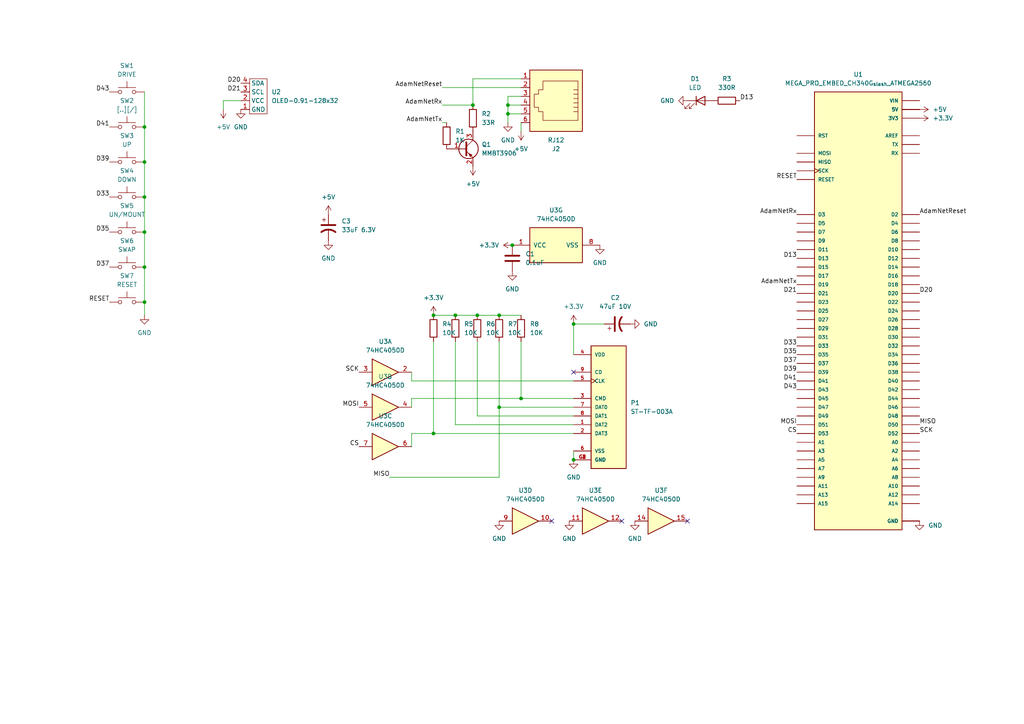
<source format=kicad_sch>
(kicad_sch (version 20211123) (generator eeschema)

  (uuid a0f6a0f2-02be-4005-aae9-42d626cf45e4)

  (paper "A4")

  (lib_symbols
    (symbol "4xxx:4050" (pin_names (offset 1.016)) (in_bom yes) (on_board yes)
      (property "Reference" "U" (id 0) (at 0 1.27 0)
        (effects (font (size 1.27 1.27)))
      )
      (property "Value" "4050" (id 1) (at 0 -1.27 0)
        (effects (font (size 1.27 1.27)))
      )
      (property "Footprint" "" (id 2) (at 0 0 0)
        (effects (font (size 1.27 1.27)) hide)
      )
      (property "Datasheet" "http://www.intersil.com/content/dam/intersil/documents/cd40/cd4050bms.pdf" (id 3) (at 0 0 0)
        (effects (font (size 1.27 1.27)) hide)
      )
      (property "ki_locked" "" (id 4) (at 0 0 0)
        (effects (font (size 1.27 1.27)))
      )
      (property "ki_keywords" "CMOS BUFFER" (id 5) (at 0 0 0)
        (effects (font (size 1.27 1.27)) hide)
      )
      (property "ki_description" "Hex Buffer" (id 6) (at 0 0 0)
        (effects (font (size 1.27 1.27)) hide)
      )
      (property "ki_fp_filters" "DIP?16*" (id 7) (at 0 0 0)
        (effects (font (size 1.27 1.27)) hide)
      )
      (symbol "4050_1_0"
        (polyline
          (pts
            (xy -3.81 3.81)
            (xy -3.81 -3.81)
            (xy 3.81 0)
            (xy -3.81 3.81)
          )
          (stroke (width 0.254) (type default) (color 0 0 0 0))
          (fill (type background))
        )
        (pin output line (at 7.62 0 180) (length 3.81)
          (name "~" (effects (font (size 1.27 1.27))))
          (number "2" (effects (font (size 1.27 1.27))))
        )
        (pin input line (at -7.62 0 0) (length 3.81)
          (name "~" (effects (font (size 1.27 1.27))))
          (number "3" (effects (font (size 1.27 1.27))))
        )
      )
      (symbol "4050_2_0"
        (polyline
          (pts
            (xy -3.81 3.81)
            (xy -3.81 -3.81)
            (xy 3.81 0)
            (xy -3.81 3.81)
          )
          (stroke (width 0.254) (type default) (color 0 0 0 0))
          (fill (type background))
        )
        (pin output line (at 7.62 0 180) (length 3.81)
          (name "~" (effects (font (size 1.27 1.27))))
          (number "4" (effects (font (size 1.27 1.27))))
        )
        (pin input line (at -7.62 0 0) (length 3.81)
          (name "~" (effects (font (size 1.27 1.27))))
          (number "5" (effects (font (size 1.27 1.27))))
        )
      )
      (symbol "4050_3_0"
        (polyline
          (pts
            (xy -3.81 3.81)
            (xy -3.81 -3.81)
            (xy 3.81 0)
            (xy -3.81 3.81)
          )
          (stroke (width 0.254) (type default) (color 0 0 0 0))
          (fill (type background))
        )
        (pin output line (at 7.62 0 180) (length 3.81)
          (name "~" (effects (font (size 1.27 1.27))))
          (number "6" (effects (font (size 1.27 1.27))))
        )
        (pin input line (at -7.62 0 0) (length 3.81)
          (name "~" (effects (font (size 1.27 1.27))))
          (number "7" (effects (font (size 1.27 1.27))))
        )
      )
      (symbol "4050_4_0"
        (polyline
          (pts
            (xy -3.81 3.81)
            (xy -3.81 -3.81)
            (xy 3.81 0)
            (xy -3.81 3.81)
          )
          (stroke (width 0.254) (type default) (color 0 0 0 0))
          (fill (type background))
        )
        (pin output line (at 7.62 0 180) (length 3.81)
          (name "~" (effects (font (size 1.27 1.27))))
          (number "10" (effects (font (size 1.27 1.27))))
        )
        (pin input line (at -7.62 0 0) (length 3.81)
          (name "~" (effects (font (size 1.27 1.27))))
          (number "9" (effects (font (size 1.27 1.27))))
        )
      )
      (symbol "4050_5_0"
        (polyline
          (pts
            (xy -3.81 3.81)
            (xy -3.81 -3.81)
            (xy 3.81 0)
            (xy -3.81 3.81)
          )
          (stroke (width 0.254) (type default) (color 0 0 0 0))
          (fill (type background))
        )
        (pin input line (at -7.62 0 0) (length 3.81)
          (name "~" (effects (font (size 1.27 1.27))))
          (number "11" (effects (font (size 1.27 1.27))))
        )
        (pin output line (at 7.62 0 180) (length 3.81)
          (name "~" (effects (font (size 1.27 1.27))))
          (number "12" (effects (font (size 1.27 1.27))))
        )
      )
      (symbol "4050_6_0"
        (polyline
          (pts
            (xy -3.81 3.81)
            (xy -3.81 -3.81)
            (xy 3.81 0)
            (xy -3.81 3.81)
          )
          (stroke (width 0.254) (type default) (color 0 0 0 0))
          (fill (type background))
        )
        (pin input line (at -7.62 0 0) (length 3.81)
          (name "~" (effects (font (size 1.27 1.27))))
          (number "14" (effects (font (size 1.27 1.27))))
        )
        (pin output line (at 7.62 0 180) (length 3.81)
          (name "~" (effects (font (size 1.27 1.27))))
          (number "15" (effects (font (size 1.27 1.27))))
        )
      )
      (symbol "4050_7_0"
        (pin power_in line (at 0 12.7 270) (length 5.08)
          (name "VCC" (effects (font (size 1.27 1.27))))
          (number "1" (effects (font (size 1.27 1.27))))
        )
        (pin power_in line (at 0 -12.7 90) (length 5.08)
          (name "VSS" (effects (font (size 1.27 1.27))))
          (number "8" (effects (font (size 1.27 1.27))))
        )
      )
      (symbol "4050_7_1"
        (rectangle (start -5.08 7.62) (end 5.08 -7.62)
          (stroke (width 0.254) (type default) (color 0 0 0 0))
          (fill (type background))
        )
      )
    )
    (symbol "Connector:RJ12" (pin_names (offset 1.016)) (in_bom yes) (on_board yes)
      (property "Reference" "J" (id 0) (at -5.08 11.43 0)
        (effects (font (size 1.27 1.27)) (justify right))
      )
      (property "Value" "RJ12" (id 1) (at 2.54 11.43 0)
        (effects (font (size 1.27 1.27)) (justify left))
      )
      (property "Footprint" "" (id 2) (at 0 0.635 90)
        (effects (font (size 1.27 1.27)) hide)
      )
      (property "Datasheet" "~" (id 3) (at 0 0.635 90)
        (effects (font (size 1.27 1.27)) hide)
      )
      (property "ki_keywords" "6P6C RJ female connector" (id 4) (at 0 0 0)
        (effects (font (size 1.27 1.27)) hide)
      )
      (property "ki_description" "RJ connector, 6P6C (6 positions 6 connected)" (id 5) (at 0 0 0)
        (effects (font (size 1.27 1.27)) hide)
      )
      (property "ki_fp_filters" "6P6C* RJ12* RJ18* RJ25*" (id 6) (at 0 0 0)
        (effects (font (size 1.27 1.27)) hide)
      )
      (symbol "RJ12_0_1"
        (polyline
          (pts
            (xy -6.35 -1.905)
            (xy -5.08 -1.905)
            (xy -5.08 -1.905)
          )
          (stroke (width 0) (type default) (color 0 0 0 0))
          (fill (type none))
        )
        (polyline
          (pts
            (xy -6.35 -0.635)
            (xy -5.08 -0.635)
            (xy -5.08 -0.635)
          )
          (stroke (width 0) (type default) (color 0 0 0 0))
          (fill (type none))
        )
        (polyline
          (pts
            (xy -6.35 0.635)
            (xy -5.08 0.635)
            (xy -5.08 0.635)
          )
          (stroke (width 0) (type default) (color 0 0 0 0))
          (fill (type none))
        )
        (polyline
          (pts
            (xy -6.35 1.905)
            (xy -5.08 1.905)
            (xy -5.08 1.905)
          )
          (stroke (width 0) (type default) (color 0 0 0 0))
          (fill (type none))
        )
        (polyline
          (pts
            (xy -6.35 3.175)
            (xy -5.08 3.175)
            (xy -5.08 3.175)
          )
          (stroke (width 0) (type default) (color 0 0 0 0))
          (fill (type none))
        )
        (polyline
          (pts
            (xy -5.08 4.445)
            (xy -6.35 4.445)
            (xy -6.35 4.445)
          )
          (stroke (width 0) (type default) (color 0 0 0 0))
          (fill (type none))
        )
        (polyline
          (pts
            (xy -6.35 -4.445)
            (xy -6.35 6.985)
            (xy 3.81 6.985)
            (xy 3.81 4.445)
            (xy 5.08 4.445)
            (xy 5.08 3.175)
            (xy 6.35 3.175)
            (xy 6.35 -0.635)
            (xy 5.08 -0.635)
            (xy 5.08 -1.905)
            (xy 3.81 -1.905)
            (xy 3.81 -4.445)
            (xy -6.35 -4.445)
            (xy -6.35 -4.445)
          )
          (stroke (width 0) (type default) (color 0 0 0 0))
          (fill (type none))
        )
        (rectangle (start 7.62 10.16) (end -7.62 -7.62)
          (stroke (width 0.254) (type default) (color 0 0 0 0))
          (fill (type background))
        )
      )
      (symbol "RJ12_1_1"
        (pin passive line (at 10.16 -5.08 180) (length 2.54)
          (name "~" (effects (font (size 1.27 1.27))))
          (number "1" (effects (font (size 1.27 1.27))))
        )
        (pin passive line (at 10.16 -2.54 180) (length 2.54)
          (name "~" (effects (font (size 1.27 1.27))))
          (number "2" (effects (font (size 1.27 1.27))))
        )
        (pin passive line (at 10.16 0 180) (length 2.54)
          (name "~" (effects (font (size 1.27 1.27))))
          (number "3" (effects (font (size 1.27 1.27))))
        )
        (pin passive line (at 10.16 2.54 180) (length 2.54)
          (name "~" (effects (font (size 1.27 1.27))))
          (number "4" (effects (font (size 1.27 1.27))))
        )
        (pin passive line (at 10.16 5.08 180) (length 2.54)
          (name "~" (effects (font (size 1.27 1.27))))
          (number "5" (effects (font (size 1.27 1.27))))
        )
        (pin passive line (at 10.16 7.62 180) (length 2.54)
          (name "~" (effects (font (size 1.27 1.27))))
          (number "6" (effects (font (size 1.27 1.27))))
        )
      )
    )
    (symbol "Device:C" (pin_numbers hide) (pin_names (offset 0.254)) (in_bom yes) (on_board yes)
      (property "Reference" "C" (id 0) (at 0.635 2.54 0)
        (effects (font (size 1.27 1.27)) (justify left))
      )
      (property "Value" "C" (id 1) (at 0.635 -2.54 0)
        (effects (font (size 1.27 1.27)) (justify left))
      )
      (property "Footprint" "" (id 2) (at 0.9652 -3.81 0)
        (effects (font (size 1.27 1.27)) hide)
      )
      (property "Datasheet" "~" (id 3) (at 0 0 0)
        (effects (font (size 1.27 1.27)) hide)
      )
      (property "ki_keywords" "cap capacitor" (id 4) (at 0 0 0)
        (effects (font (size 1.27 1.27)) hide)
      )
      (property "ki_description" "Unpolarized capacitor" (id 5) (at 0 0 0)
        (effects (font (size 1.27 1.27)) hide)
      )
      (property "ki_fp_filters" "C_*" (id 6) (at 0 0 0)
        (effects (font (size 1.27 1.27)) hide)
      )
      (symbol "C_0_1"
        (polyline
          (pts
            (xy -2.032 -0.762)
            (xy 2.032 -0.762)
          )
          (stroke (width 0.508) (type default) (color 0 0 0 0))
          (fill (type none))
        )
        (polyline
          (pts
            (xy -2.032 0.762)
            (xy 2.032 0.762)
          )
          (stroke (width 0.508) (type default) (color 0 0 0 0))
          (fill (type none))
        )
      )
      (symbol "C_1_1"
        (pin passive line (at 0 3.81 270) (length 2.794)
          (name "~" (effects (font (size 1.27 1.27))))
          (number "1" (effects (font (size 1.27 1.27))))
        )
        (pin passive line (at 0 -3.81 90) (length 2.794)
          (name "~" (effects (font (size 1.27 1.27))))
          (number "2" (effects (font (size 1.27 1.27))))
        )
      )
    )
    (symbol "Device:C_Polarized_US" (pin_numbers hide) (pin_names (offset 0.254) hide) (in_bom yes) (on_board yes)
      (property "Reference" "C" (id 0) (at 0.635 2.54 0)
        (effects (font (size 1.27 1.27)) (justify left))
      )
      (property "Value" "C_Polarized_US" (id 1) (at 0.635 -2.54 0)
        (effects (font (size 1.27 1.27)) (justify left))
      )
      (property "Footprint" "" (id 2) (at 0 0 0)
        (effects (font (size 1.27 1.27)) hide)
      )
      (property "Datasheet" "~" (id 3) (at 0 0 0)
        (effects (font (size 1.27 1.27)) hide)
      )
      (property "ki_keywords" "cap capacitor" (id 4) (at 0 0 0)
        (effects (font (size 1.27 1.27)) hide)
      )
      (property "ki_description" "Polarized capacitor, US symbol" (id 5) (at 0 0 0)
        (effects (font (size 1.27 1.27)) hide)
      )
      (property "ki_fp_filters" "CP_*" (id 6) (at 0 0 0)
        (effects (font (size 1.27 1.27)) hide)
      )
      (symbol "C_Polarized_US_0_1"
        (polyline
          (pts
            (xy -2.032 0.762)
            (xy 2.032 0.762)
          )
          (stroke (width 0.508) (type default) (color 0 0 0 0))
          (fill (type none))
        )
        (polyline
          (pts
            (xy -1.778 2.286)
            (xy -0.762 2.286)
          )
          (stroke (width 0) (type default) (color 0 0 0 0))
          (fill (type none))
        )
        (polyline
          (pts
            (xy -1.27 1.778)
            (xy -1.27 2.794)
          )
          (stroke (width 0) (type default) (color 0 0 0 0))
          (fill (type none))
        )
        (arc (start 2.032 -1.27) (mid 0 -0.5572) (end -2.032 -1.27)
          (stroke (width 0.508) (type default) (color 0 0 0 0))
          (fill (type none))
        )
      )
      (symbol "C_Polarized_US_1_1"
        (pin passive line (at 0 3.81 270) (length 2.794)
          (name "~" (effects (font (size 1.27 1.27))))
          (number "1" (effects (font (size 1.27 1.27))))
        )
        (pin passive line (at 0 -3.81 90) (length 3.302)
          (name "~" (effects (font (size 1.27 1.27))))
          (number "2" (effects (font (size 1.27 1.27))))
        )
      )
    )
    (symbol "Device:LED" (pin_numbers hide) (pin_names (offset 1.016) hide) (in_bom yes) (on_board yes)
      (property "Reference" "D" (id 0) (at 0 2.54 0)
        (effects (font (size 1.27 1.27)))
      )
      (property "Value" "LED" (id 1) (at 0 -2.54 0)
        (effects (font (size 1.27 1.27)))
      )
      (property "Footprint" "" (id 2) (at 0 0 0)
        (effects (font (size 1.27 1.27)) hide)
      )
      (property "Datasheet" "~" (id 3) (at 0 0 0)
        (effects (font (size 1.27 1.27)) hide)
      )
      (property "ki_keywords" "LED diode" (id 4) (at 0 0 0)
        (effects (font (size 1.27 1.27)) hide)
      )
      (property "ki_description" "Light emitting diode" (id 5) (at 0 0 0)
        (effects (font (size 1.27 1.27)) hide)
      )
      (property "ki_fp_filters" "LED* LED_SMD:* LED_THT:*" (id 6) (at 0 0 0)
        (effects (font (size 1.27 1.27)) hide)
      )
      (symbol "LED_0_1"
        (polyline
          (pts
            (xy -1.27 -1.27)
            (xy -1.27 1.27)
          )
          (stroke (width 0.254) (type default) (color 0 0 0 0))
          (fill (type none))
        )
        (polyline
          (pts
            (xy -1.27 0)
            (xy 1.27 0)
          )
          (stroke (width 0) (type default) (color 0 0 0 0))
          (fill (type none))
        )
        (polyline
          (pts
            (xy 1.27 -1.27)
            (xy 1.27 1.27)
            (xy -1.27 0)
            (xy 1.27 -1.27)
          )
          (stroke (width 0.254) (type default) (color 0 0 0 0))
          (fill (type none))
        )
        (polyline
          (pts
            (xy -3.048 -0.762)
            (xy -4.572 -2.286)
            (xy -3.81 -2.286)
            (xy -4.572 -2.286)
            (xy -4.572 -1.524)
          )
          (stroke (width 0) (type default) (color 0 0 0 0))
          (fill (type none))
        )
        (polyline
          (pts
            (xy -1.778 -0.762)
            (xy -3.302 -2.286)
            (xy -2.54 -2.286)
            (xy -3.302 -2.286)
            (xy -3.302 -1.524)
          )
          (stroke (width 0) (type default) (color 0 0 0 0))
          (fill (type none))
        )
      )
      (symbol "LED_1_1"
        (pin passive line (at -3.81 0 0) (length 2.54)
          (name "K" (effects (font (size 1.27 1.27))))
          (number "1" (effects (font (size 1.27 1.27))))
        )
        (pin passive line (at 3.81 0 180) (length 2.54)
          (name "A" (effects (font (size 1.27 1.27))))
          (number "2" (effects (font (size 1.27 1.27))))
        )
      )
    )
    (symbol "Device:R" (pin_numbers hide) (pin_names (offset 0)) (in_bom yes) (on_board yes)
      (property "Reference" "R" (id 0) (at 2.032 0 90)
        (effects (font (size 1.27 1.27)))
      )
      (property "Value" "R" (id 1) (at 0 0 90)
        (effects (font (size 1.27 1.27)))
      )
      (property "Footprint" "" (id 2) (at -1.778 0 90)
        (effects (font (size 1.27 1.27)) hide)
      )
      (property "Datasheet" "~" (id 3) (at 0 0 0)
        (effects (font (size 1.27 1.27)) hide)
      )
      (property "ki_keywords" "R res resistor" (id 4) (at 0 0 0)
        (effects (font (size 1.27 1.27)) hide)
      )
      (property "ki_description" "Resistor" (id 5) (at 0 0 0)
        (effects (font (size 1.27 1.27)) hide)
      )
      (property "ki_fp_filters" "R_*" (id 6) (at 0 0 0)
        (effects (font (size 1.27 1.27)) hide)
      )
      (symbol "R_0_1"
        (rectangle (start -1.016 -2.54) (end 1.016 2.54)
          (stroke (width 0.254) (type default) (color 0 0 0 0))
          (fill (type none))
        )
      )
      (symbol "R_1_1"
        (pin passive line (at 0 3.81 270) (length 1.27)
          (name "~" (effects (font (size 1.27 1.27))))
          (number "1" (effects (font (size 1.27 1.27))))
        )
        (pin passive line (at 0 -3.81 90) (length 1.27)
          (name "~" (effects (font (size 1.27 1.27))))
          (number "2" (effects (font (size 1.27 1.27))))
        )
      )
    )
    (symbol "MEGA_PRO_EMBED_CH340G___ATMEGA2560:MEGA_PRO_EMBED_CH340G_{slash}_ATMEGA2560" (pin_numbers hide) (pin_names (offset 1.016)) (in_bom yes) (on_board yes)
      (property "Reference" "U" (id 0) (at -12.7 63.5 0)
        (effects (font (size 1.27 1.27)) (justify left bottom))
      )
      (property "Value" "MEGA_PRO_EMBED_CH340G_{slash}_ATMEGA2560" (id 1) (at -12.7 -66.04 0)
        (effects (font (size 1.27 1.27)) (justify left bottom))
      )
      (property "Footprint" "SnapEDA Library:MODULE_MEGA_PRO_EMBED_CH340G_/_ATMEGA2560" (id 2) (at 0 0 0)
        (effects (font (size 1.27 1.27)) (justify left bottom) hide)
      )
      (property "Datasheet" "" (id 3) (at 0 0 0)
        (effects (font (size 1.27 1.27)) (justify left bottom) hide)
      )
      (property "PARTREV" "12/May/2017" (id 4) (at 0 0 0)
        (effects (font (size 1.27 1.27)) (justify left bottom) hide)
      )
      (property "MAXIMUM_PACKAGE_HIEGHT" "" (id 5) (at 0 0 0)
        (effects (font (size 1.27 1.27)) (justify left bottom) hide)
      )
      (property "STANDARD" "Manufacturer Recommendations" (id 6) (at 0 0 0)
        (effects (font (size 1.27 1.27)) (justify left bottom) hide)
      )
      (property "MANUFACTURER" "Robotdyn" (id 7) (at 0 0 0)
        (effects (font (size 1.27 1.27)) (justify left bottom) hide)
      )
      (property "ki_locked" "" (id 8) (at 0 0 0)
        (effects (font (size 1.27 1.27)))
      )
      (symbol "MEGA_PRO_EMBED_CH340G_{slash}_ATMEGA2560_0_0"
        (rectangle (start -12.7 -63.5) (end 12.7 63.5)
          (stroke (width 0.254) (type default) (color 0 0 0 0))
          (fill (type background))
        )
        (pin power_in line (at 17.78 55.88 180) (length 5.08)
          (name "3V3" (effects (font (size 1.016 1.016))))
          (number "3V3_1" (effects (font (size 1.016 1.016))))
        )
        (pin power_in line (at 17.78 55.88 180) (length 5.08)
          (name "3V3" (effects (font (size 1.016 1.016))))
          (number "3V3_2" (effects (font (size 1.016 1.016))))
        )
        (pin power_in line (at 17.78 58.42 180) (length 5.08)
          (name "5V" (effects (font (size 1.016 1.016))))
          (number "5V_1" (effects (font (size 1.016 1.016))))
        )
        (pin power_in line (at 17.78 58.42 180) (length 5.08)
          (name "5V" (effects (font (size 1.016 1.016))))
          (number "5V_2" (effects (font (size 1.016 1.016))))
        )
        (pin power_in line (at 17.78 58.42 180) (length 5.08)
          (name "5V" (effects (font (size 1.016 1.016))))
          (number "5V_3" (effects (font (size 1.016 1.016))))
        )
        (pin bidirectional line (at 17.78 -38.1 180) (length 5.08)
          (name "A0" (effects (font (size 1.016 1.016))))
          (number "A0" (effects (font (size 1.016 1.016))))
        )
        (pin bidirectional line (at -17.78 -38.1 0) (length 5.08)
          (name "A1" (effects (font (size 1.016 1.016))))
          (number "A1" (effects (font (size 1.016 1.016))))
        )
        (pin bidirectional line (at 17.78 -50.8 180) (length 5.08)
          (name "A10" (effects (font (size 1.016 1.016))))
          (number "A10" (effects (font (size 1.016 1.016))))
        )
        (pin bidirectional line (at -17.78 -50.8 0) (length 5.08)
          (name "A11" (effects (font (size 1.016 1.016))))
          (number "A11" (effects (font (size 1.016 1.016))))
        )
        (pin bidirectional line (at 17.78 -53.34 180) (length 5.08)
          (name "A12" (effects (font (size 1.016 1.016))))
          (number "A12" (effects (font (size 1.016 1.016))))
        )
        (pin bidirectional line (at -17.78 -53.34 0) (length 5.08)
          (name "A13" (effects (font (size 1.016 1.016))))
          (number "A13" (effects (font (size 1.016 1.016))))
        )
        (pin bidirectional line (at 17.78 -55.88 180) (length 5.08)
          (name "A14" (effects (font (size 1.016 1.016))))
          (number "A14" (effects (font (size 1.016 1.016))))
        )
        (pin bidirectional line (at -17.78 -55.88 0) (length 5.08)
          (name "A15" (effects (font (size 1.016 1.016))))
          (number "A15" (effects (font (size 1.016 1.016))))
        )
        (pin bidirectional line (at 17.78 -40.64 180) (length 5.08)
          (name "A2" (effects (font (size 1.016 1.016))))
          (number "A2" (effects (font (size 1.016 1.016))))
        )
        (pin bidirectional line (at -17.78 -40.64 0) (length 5.08)
          (name "A3" (effects (font (size 1.016 1.016))))
          (number "A3" (effects (font (size 1.016 1.016))))
        )
        (pin bidirectional line (at 17.78 -43.18 180) (length 5.08)
          (name "A4" (effects (font (size 1.016 1.016))))
          (number "A4" (effects (font (size 1.016 1.016))))
        )
        (pin bidirectional line (at -17.78 -43.18 0) (length 5.08)
          (name "A5" (effects (font (size 1.016 1.016))))
          (number "A5" (effects (font (size 1.016 1.016))))
        )
        (pin bidirectional line (at 17.78 -45.72 180) (length 5.08)
          (name "A6" (effects (font (size 1.016 1.016))))
          (number "A6" (effects (font (size 1.016 1.016))))
        )
        (pin bidirectional line (at -17.78 -45.72 0) (length 5.08)
          (name "A7" (effects (font (size 1.016 1.016))))
          (number "A7" (effects (font (size 1.016 1.016))))
        )
        (pin bidirectional line (at 17.78 -48.26 180) (length 5.08)
          (name "A8" (effects (font (size 1.016 1.016))))
          (number "A8" (effects (font (size 1.016 1.016))))
        )
        (pin bidirectional line (at -17.78 -48.26 0) (length 5.08)
          (name "A9" (effects (font (size 1.016 1.016))))
          (number "A9" (effects (font (size 1.016 1.016))))
        )
        (pin bidirectional line (at 17.78 50.8 180) (length 5.08)
          (name "AREF" (effects (font (size 1.016 1.016))))
          (number "AREF" (effects (font (size 1.016 1.016))))
        )
        (pin bidirectional line (at 17.78 17.78 180) (length 5.08)
          (name "D10" (effects (font (size 1.016 1.016))))
          (number "D10" (effects (font (size 1.016 1.016))))
        )
        (pin bidirectional line (at -17.78 17.78 0) (length 5.08)
          (name "D11" (effects (font (size 1.016 1.016))))
          (number "D11" (effects (font (size 1.016 1.016))))
        )
        (pin bidirectional line (at 17.78 15.24 180) (length 5.08)
          (name "D12" (effects (font (size 1.016 1.016))))
          (number "D12" (effects (font (size 1.016 1.016))))
        )
        (pin bidirectional line (at -17.78 15.24 0) (length 5.08)
          (name "D13" (effects (font (size 1.016 1.016))))
          (number "D13" (effects (font (size 1.016 1.016))))
        )
        (pin bidirectional line (at 17.78 12.7 180) (length 5.08)
          (name "D14" (effects (font (size 1.016 1.016))))
          (number "D14" (effects (font (size 1.016 1.016))))
        )
        (pin bidirectional line (at -17.78 12.7 0) (length 5.08)
          (name "D15" (effects (font (size 1.016 1.016))))
          (number "D15" (effects (font (size 1.016 1.016))))
        )
        (pin bidirectional line (at 17.78 10.16 180) (length 5.08)
          (name "D16" (effects (font (size 1.016 1.016))))
          (number "D16" (effects (font (size 1.016 1.016))))
        )
        (pin bidirectional line (at -17.78 10.16 0) (length 5.08)
          (name "D17" (effects (font (size 1.016 1.016))))
          (number "D17" (effects (font (size 1.016 1.016))))
        )
        (pin bidirectional line (at 17.78 7.62 180) (length 5.08)
          (name "D18" (effects (font (size 1.016 1.016))))
          (number "D18" (effects (font (size 1.016 1.016))))
        )
        (pin bidirectional line (at -17.78 7.62 0) (length 5.08)
          (name "D19" (effects (font (size 1.016 1.016))))
          (number "D19" (effects (font (size 1.016 1.016))))
        )
        (pin bidirectional line (at 17.78 27.94 180) (length 5.08)
          (name "D2" (effects (font (size 1.016 1.016))))
          (number "D2" (effects (font (size 1.016 1.016))))
        )
        (pin bidirectional line (at 17.78 5.08 180) (length 5.08)
          (name "D20" (effects (font (size 1.016 1.016))))
          (number "D20" (effects (font (size 1.016 1.016))))
        )
        (pin bidirectional line (at -17.78 5.08 0) (length 5.08)
          (name "D21" (effects (font (size 1.016 1.016))))
          (number "D21" (effects (font (size 1.016 1.016))))
        )
        (pin bidirectional line (at 17.78 2.54 180) (length 5.08)
          (name "D22" (effects (font (size 1.016 1.016))))
          (number "D22" (effects (font (size 1.016 1.016))))
        )
        (pin bidirectional line (at -17.78 2.54 0) (length 5.08)
          (name "D23" (effects (font (size 1.016 1.016))))
          (number "D23" (effects (font (size 1.016 1.016))))
        )
        (pin bidirectional line (at 17.78 0 180) (length 5.08)
          (name "D24" (effects (font (size 1.016 1.016))))
          (number "D24" (effects (font (size 1.016 1.016))))
        )
        (pin bidirectional line (at -17.78 0 0) (length 5.08)
          (name "D25" (effects (font (size 1.016 1.016))))
          (number "D25" (effects (font (size 1.016 1.016))))
        )
        (pin bidirectional line (at 17.78 -2.54 180) (length 5.08)
          (name "D26" (effects (font (size 1.016 1.016))))
          (number "D26" (effects (font (size 1.016 1.016))))
        )
        (pin bidirectional line (at -17.78 -2.54 0) (length 5.08)
          (name "D27" (effects (font (size 1.016 1.016))))
          (number "D27" (effects (font (size 1.016 1.016))))
        )
        (pin bidirectional line (at 17.78 -5.08 180) (length 5.08)
          (name "D28" (effects (font (size 1.016 1.016))))
          (number "D28" (effects (font (size 1.016 1.016))))
        )
        (pin bidirectional line (at -17.78 -5.08 0) (length 5.08)
          (name "D29" (effects (font (size 1.016 1.016))))
          (number "D29" (effects (font (size 1.016 1.016))))
        )
        (pin bidirectional line (at -17.78 27.94 0) (length 5.08)
          (name "D3" (effects (font (size 1.016 1.016))))
          (number "D3" (effects (font (size 1.016 1.016))))
        )
        (pin bidirectional line (at 17.78 -7.62 180) (length 5.08)
          (name "D30" (effects (font (size 1.016 1.016))))
          (number "D30" (effects (font (size 1.016 1.016))))
        )
        (pin bidirectional line (at -17.78 -7.62 0) (length 5.08)
          (name "D31" (effects (font (size 1.016 1.016))))
          (number "D31" (effects (font (size 1.016 1.016))))
        )
        (pin bidirectional line (at 17.78 -10.16 180) (length 5.08)
          (name "D32" (effects (font (size 1.016 1.016))))
          (number "D32" (effects (font (size 1.016 1.016))))
        )
        (pin bidirectional line (at -17.78 -10.16 0) (length 5.08)
          (name "D33" (effects (font (size 1.016 1.016))))
          (number "D33" (effects (font (size 1.016 1.016))))
        )
        (pin bidirectional line (at 17.78 -12.7 180) (length 5.08)
          (name "D34" (effects (font (size 1.016 1.016))))
          (number "D34" (effects (font (size 1.016 1.016))))
        )
        (pin bidirectional line (at -17.78 -12.7 0) (length 5.08)
          (name "D35" (effects (font (size 1.016 1.016))))
          (number "D35" (effects (font (size 1.016 1.016))))
        )
        (pin bidirectional line (at 17.78 -15.24 180) (length 5.08)
          (name "D36" (effects (font (size 1.016 1.016))))
          (number "D36" (effects (font (size 1.016 1.016))))
        )
        (pin bidirectional line (at -17.78 -15.24 0) (length 5.08)
          (name "D37" (effects (font (size 1.016 1.016))))
          (number "D37" (effects (font (size 1.016 1.016))))
        )
        (pin bidirectional line (at 17.78 -17.78 180) (length 5.08)
          (name "D38" (effects (font (size 1.016 1.016))))
          (number "D38" (effects (font (size 1.016 1.016))))
        )
        (pin bidirectional line (at -17.78 -17.78 0) (length 5.08)
          (name "D39" (effects (font (size 1.016 1.016))))
          (number "D39" (effects (font (size 1.016 1.016))))
        )
        (pin bidirectional line (at 17.78 25.4 180) (length 5.08)
          (name "D4" (effects (font (size 1.016 1.016))))
          (number "D4" (effects (font (size 1.016 1.016))))
        )
        (pin bidirectional line (at 17.78 -20.32 180) (length 5.08)
          (name "D40" (effects (font (size 1.016 1.016))))
          (number "D40" (effects (font (size 1.016 1.016))))
        )
        (pin bidirectional line (at -17.78 -20.32 0) (length 5.08)
          (name "D41" (effects (font (size 1.016 1.016))))
          (number "D41" (effects (font (size 1.016 1.016))))
        )
        (pin bidirectional line (at 17.78 -22.86 180) (length 5.08)
          (name "D42" (effects (font (size 1.016 1.016))))
          (number "D42" (effects (font (size 1.016 1.016))))
        )
        (pin bidirectional line (at -17.78 -22.86 0) (length 5.08)
          (name "D43" (effects (font (size 1.016 1.016))))
          (number "D43" (effects (font (size 1.016 1.016))))
        )
        (pin bidirectional line (at 17.78 -25.4 180) (length 5.08)
          (name "D44" (effects (font (size 1.016 1.016))))
          (number "D44" (effects (font (size 1.016 1.016))))
        )
        (pin bidirectional line (at -17.78 -25.4 0) (length 5.08)
          (name "D45" (effects (font (size 1.016 1.016))))
          (number "D45" (effects (font (size 1.016 1.016))))
        )
        (pin bidirectional line (at 17.78 -27.94 180) (length 5.08)
          (name "D46" (effects (font (size 1.016 1.016))))
          (number "D46" (effects (font (size 1.016 1.016))))
        )
        (pin bidirectional line (at -17.78 -27.94 0) (length 5.08)
          (name "D47" (effects (font (size 1.016 1.016))))
          (number "D47" (effects (font (size 1.016 1.016))))
        )
        (pin bidirectional line (at 17.78 -30.48 180) (length 5.08)
          (name "D48" (effects (font (size 1.016 1.016))))
          (number "D48" (effects (font (size 1.016 1.016))))
        )
        (pin bidirectional line (at -17.78 -30.48 0) (length 5.08)
          (name "D49" (effects (font (size 1.016 1.016))))
          (number "D49" (effects (font (size 1.016 1.016))))
        )
        (pin bidirectional line (at -17.78 25.4 0) (length 5.08)
          (name "D5" (effects (font (size 1.016 1.016))))
          (number "D5" (effects (font (size 1.016 1.016))))
        )
        (pin bidirectional line (at 17.78 -33.02 180) (length 5.08)
          (name "D50" (effects (font (size 1.016 1.016))))
          (number "D50" (effects (font (size 1.016 1.016))))
        )
        (pin bidirectional line (at -17.78 -33.02 0) (length 5.08)
          (name "D51" (effects (font (size 1.016 1.016))))
          (number "D51" (effects (font (size 1.016 1.016))))
        )
        (pin bidirectional line (at 17.78 -35.56 180) (length 5.08)
          (name "D52" (effects (font (size 1.016 1.016))))
          (number "D52" (effects (font (size 1.016 1.016))))
        )
        (pin bidirectional line (at -17.78 -35.56 0) (length 5.08)
          (name "D53" (effects (font (size 1.016 1.016))))
          (number "D53" (effects (font (size 1.016 1.016))))
        )
        (pin bidirectional line (at 17.78 22.86 180) (length 5.08)
          (name "D6" (effects (font (size 1.016 1.016))))
          (number "D6" (effects (font (size 1.016 1.016))))
        )
        (pin bidirectional line (at -17.78 22.86 0) (length 5.08)
          (name "D7" (effects (font (size 1.016 1.016))))
          (number "D7" (effects (font (size 1.016 1.016))))
        )
        (pin bidirectional line (at 17.78 20.32 180) (length 5.08)
          (name "D8" (effects (font (size 1.016 1.016))))
          (number "D8" (effects (font (size 1.016 1.016))))
        )
        (pin bidirectional line (at -17.78 20.32 0) (length 5.08)
          (name "D9" (effects (font (size 1.016 1.016))))
          (number "D9" (effects (font (size 1.016 1.016))))
        )
        (pin power_in line (at 17.78 -60.96 180) (length 5.08)
          (name "GND" (effects (font (size 1.016 1.016))))
          (number "GND_1" (effects (font (size 1.016 1.016))))
        )
        (pin power_in line (at 17.78 -60.96 180) (length 5.08)
          (name "GND" (effects (font (size 1.016 1.016))))
          (number "GND_2" (effects (font (size 1.016 1.016))))
        )
        (pin power_in line (at 17.78 -60.96 180) (length 5.08)
          (name "GND" (effects (font (size 1.016 1.016))))
          (number "GND_3" (effects (font (size 1.016 1.016))))
        )
        (pin bidirectional line (at -17.78 43.18 0) (length 5.08)
          (name "MISO" (effects (font (size 1.016 1.016))))
          (number "MISO" (effects (font (size 1.016 1.016))))
        )
        (pin bidirectional line (at -17.78 45.72 0) (length 5.08)
          (name "MOSI" (effects (font (size 1.016 1.016))))
          (number "MOSI" (effects (font (size 1.016 1.016))))
        )
        (pin input line (at -17.78 38.1 0) (length 5.08)
          (name "RESET" (effects (font (size 1.016 1.016))))
          (number "RESET" (effects (font (size 1.016 1.016))))
        )
        (pin input line (at -17.78 50.8 0) (length 5.08)
          (name "RST" (effects (font (size 1.016 1.016))))
          (number "RST" (effects (font (size 1.016 1.016))))
        )
        (pin input line (at 17.78 45.72 180) (length 5.08)
          (name "RX" (effects (font (size 1.016 1.016))))
          (number "RX" (effects (font (size 1.016 1.016))))
        )
        (pin bidirectional clock (at -17.78 40.64 0) (length 5.08)
          (name "SCK" (effects (font (size 1.016 1.016))))
          (number "SCK" (effects (font (size 1.016 1.016))))
        )
        (pin output line (at 17.78 48.26 180) (length 5.08)
          (name "TX" (effects (font (size 1.016 1.016))))
          (number "TX" (effects (font (size 1.016 1.016))))
        )
        (pin output line (at 17.78 60.96 180) (length 5.08)
          (name "VIN" (effects (font (size 1.016 1.016))))
          (number "VIN_1" (effects (font (size 1.016 1.016))))
        )
        (pin output line (at 17.78 60.96 180) (length 5.08)
          (name "VIN" (effects (font (size 1.016 1.016))))
          (number "VIN_2" (effects (font (size 1.016 1.016))))
        )
      )
    )
    (symbol "ST-TF-003A:ST-TF-003A" (pin_names (offset 1.016)) (in_bom yes) (on_board yes)
      (property "Reference" "P" (id 0) (at 0 17.8054 0)
        (effects (font (size 1.27 1.27)) (justify left bottom))
      )
      (property "Value" "ST-TF-003A" (id 1) (at 0 -20.3454 0)
        (effects (font (size 1.27 1.27)) (justify left bottom))
      )
      (property "Footprint" "SUNTECH_ST-TF-003A" (id 2) (at 0 0 0)
        (effects (font (size 1.27 1.27)) (justify left bottom) hide)
      )
      (property "Datasheet" "" (id 3) (at 0 0 0)
        (effects (font (size 1.27 1.27)) (justify left bottom) hide)
      )
      (property "MANUFACTURER" "Suntech" (id 4) (at 0 0 0)
        (effects (font (size 1.27 1.27)) (justify left bottom) hide)
      )
      (property "ki_locked" "" (id 5) (at 0 0 0)
        (effects (font (size 1.27 1.27)))
      )
      (symbol "ST-TF-003A_0_0"
        (rectangle (start 0 -17.78) (end 10.16 17.78)
          (stroke (width 0.254) (type default) (color 0 0 0 0))
          (fill (type background))
        )
        (polyline
          (pts
            (xy 0 -17.78)
            (xy 0 17.78)
          )
          (stroke (width 0.254) (type default) (color 0 0 0 0))
          (fill (type none))
        )
        (pin bidirectional line (at -5.08 -5.08 0) (length 5.08)
          (name "DAT2" (effects (font (size 1.016 1.016))))
          (number "1" (effects (font (size 1.016 1.016))))
        )
        (pin bidirectional line (at -5.08 -7.62 0) (length 5.08)
          (name "DAT3" (effects (font (size 1.016 1.016))))
          (number "2" (effects (font (size 1.016 1.016))))
        )
        (pin bidirectional line (at -5.08 2.54 0) (length 5.08)
          (name "CMD" (effects (font (size 1.016 1.016))))
          (number "3" (effects (font (size 1.016 1.016))))
        )
        (pin power_in line (at -5.08 15.24 0) (length 5.08)
          (name "VDD" (effects (font (size 1.016 1.016))))
          (number "4" (effects (font (size 1.016 1.016))))
        )
        (pin input clock (at -5.08 7.62 0) (length 5.08)
          (name "CLK" (effects (font (size 1.016 1.016))))
          (number "5" (effects (font (size 1.016 1.016))))
        )
        (pin passive line (at -5.08 -12.7 0) (length 5.08)
          (name "VSS" (effects (font (size 1.016 1.016))))
          (number "6" (effects (font (size 1.016 1.016))))
        )
        (pin bidirectional line (at -5.08 0 0) (length 5.08)
          (name "DAT0" (effects (font (size 1.016 1.016))))
          (number "7" (effects (font (size 1.016 1.016))))
        )
        (pin bidirectional line (at -5.08 -2.54 0) (length 5.08)
          (name "DAT1" (effects (font (size 1.016 1.016))))
          (number "8" (effects (font (size 1.016 1.016))))
        )
        (pin input line (at -5.08 10.16 0) (length 5.08)
          (name "CD" (effects (font (size 1.016 1.016))))
          (number "9" (effects (font (size 1.016 1.016))))
        )
        (pin passive line (at -5.08 -15.24 0) (length 5.08)
          (name "GND" (effects (font (size 1.016 1.016))))
          (number "G1" (effects (font (size 1.016 1.016))))
        )
        (pin passive line (at -5.08 -15.24 0) (length 5.08)
          (name "GND" (effects (font (size 1.016 1.016))))
          (number "G2" (effects (font (size 1.016 1.016))))
        )
        (pin passive line (at -5.08 -15.24 0) (length 5.08)
          (name "GND" (effects (font (size 1.016 1.016))))
          (number "G3" (effects (font (size 1.016 1.016))))
        )
        (pin passive line (at -5.08 -15.24 0) (length 5.08)
          (name "GND" (effects (font (size 1.016 1.016))))
          (number "G4" (effects (font (size 1.016 1.016))))
        )
      )
    )
    (symbol "Switch:SW_Push" (pin_numbers hide) (pin_names (offset 1.016) hide) (in_bom yes) (on_board yes)
      (property "Reference" "SW" (id 0) (at 1.27 2.54 0)
        (effects (font (size 1.27 1.27)) (justify left))
      )
      (property "Value" "SW_Push" (id 1) (at 0 -1.524 0)
        (effects (font (size 1.27 1.27)))
      )
      (property "Footprint" "" (id 2) (at 0 5.08 0)
        (effects (font (size 1.27 1.27)) hide)
      )
      (property "Datasheet" "~" (id 3) (at 0 5.08 0)
        (effects (font (size 1.27 1.27)) hide)
      )
      (property "ki_keywords" "switch normally-open pushbutton push-button" (id 4) (at 0 0 0)
        (effects (font (size 1.27 1.27)) hide)
      )
      (property "ki_description" "Push button switch, generic, two pins" (id 5) (at 0 0 0)
        (effects (font (size 1.27 1.27)) hide)
      )
      (symbol "SW_Push_0_1"
        (circle (center -2.032 0) (radius 0.508)
          (stroke (width 0) (type default) (color 0 0 0 0))
          (fill (type none))
        )
        (polyline
          (pts
            (xy 0 1.27)
            (xy 0 3.048)
          )
          (stroke (width 0) (type default) (color 0 0 0 0))
          (fill (type none))
        )
        (polyline
          (pts
            (xy 2.54 1.27)
            (xy -2.54 1.27)
          )
          (stroke (width 0) (type default) (color 0 0 0 0))
          (fill (type none))
        )
        (circle (center 2.032 0) (radius 0.508)
          (stroke (width 0) (type default) (color 0 0 0 0))
          (fill (type none))
        )
        (pin passive line (at -5.08 0 0) (length 2.54)
          (name "1" (effects (font (size 1.27 1.27))))
          (number "1" (effects (font (size 1.27 1.27))))
        )
        (pin passive line (at 5.08 0 180) (length 2.54)
          (name "2" (effects (font (size 1.27 1.27))))
          (number "2" (effects (font (size 1.27 1.27))))
        )
      )
    )
    (symbol "Tersteeg:OLED-0.91-128x32" (in_bom yes) (on_board yes)
      (property "Reference" "U" (id 0) (at 0 -5.08 0)
        (effects (font (size 1.27 1.27)))
      )
      (property "Value" "OLED-0.91-128x32" (id 1) (at 0 -5.08 0)
        (effects (font (size 1.27 1.27)))
      )
      (property "Footprint" "Tersteeg:OLED-0.91-128x32" (id 2) (at 0 -7.62 0)
        (effects (font (size 1.27 1.27)) hide)
      )
      (property "Datasheet" "" (id 3) (at 0 -5.08 0)
        (effects (font (size 1.27 1.27)) hide)
      )
      (symbol "OLED-0.91-128x32_0_1"
        (rectangle (start -2.54 6.35) (end 2.54 -3.81)
          (stroke (width 0) (type default) (color 0 0 0 0))
          (fill (type none))
        )
      )
      (symbol "OLED-0.91-128x32_1_1"
        (pin input line (at -5.08 -2.54 0) (length 2.54)
          (name "GND" (effects (font (size 1.27 1.27))))
          (number "1" (effects (font (size 1.27 1.27))))
        )
        (pin input line (at -5.08 0 0) (length 2.54)
          (name "VCC" (effects (font (size 1.27 1.27))))
          (number "2" (effects (font (size 1.27 1.27))))
        )
        (pin input line (at -5.08 2.54 0) (length 2.54)
          (name "SCL" (effects (font (size 1.27 1.27))))
          (number "3" (effects (font (size 1.27 1.27))))
        )
        (pin input line (at -5.08 5.08 0) (length 2.54)
          (name "SDA" (effects (font (size 1.27 1.27))))
          (number "4" (effects (font (size 1.27 1.27))))
        )
      )
    )
    (symbol "Transistor_BJT:MMBT3906" (pin_names (offset 0) hide) (in_bom yes) (on_board yes)
      (property "Reference" "Q" (id 0) (at 5.08 1.905 0)
        (effects (font (size 1.27 1.27)) (justify left))
      )
      (property "Value" "MMBT3906" (id 1) (at 5.08 0 0)
        (effects (font (size 1.27 1.27)) (justify left))
      )
      (property "Footprint" "Package_TO_SOT_SMD:SOT-23" (id 2) (at 5.08 -1.905 0)
        (effects (font (size 1.27 1.27) italic) (justify left) hide)
      )
      (property "Datasheet" "https://www.onsemi.com/pub/Collateral/2N3906-D.PDF" (id 3) (at 0 0 0)
        (effects (font (size 1.27 1.27)) (justify left) hide)
      )
      (property "ki_keywords" "PNP Transistor" (id 4) (at 0 0 0)
        (effects (font (size 1.27 1.27)) hide)
      )
      (property "ki_description" "-0.2A Ic, -40V Vce, Small Signal PNP Transistor, SOT-23" (id 5) (at 0 0 0)
        (effects (font (size 1.27 1.27)) hide)
      )
      (property "ki_fp_filters" "SOT?23*" (id 6) (at 0 0 0)
        (effects (font (size 1.27 1.27)) hide)
      )
      (symbol "MMBT3906_0_1"
        (polyline
          (pts
            (xy 0.635 0.635)
            (xy 2.54 2.54)
          )
          (stroke (width 0) (type default) (color 0 0 0 0))
          (fill (type none))
        )
        (polyline
          (pts
            (xy 0.635 -0.635)
            (xy 2.54 -2.54)
            (xy 2.54 -2.54)
          )
          (stroke (width 0) (type default) (color 0 0 0 0))
          (fill (type none))
        )
        (polyline
          (pts
            (xy 0.635 1.905)
            (xy 0.635 -1.905)
            (xy 0.635 -1.905)
          )
          (stroke (width 0.508) (type default) (color 0 0 0 0))
          (fill (type none))
        )
        (polyline
          (pts
            (xy 2.286 -1.778)
            (xy 1.778 -2.286)
            (xy 1.27 -1.27)
            (xy 2.286 -1.778)
            (xy 2.286 -1.778)
          )
          (stroke (width 0) (type default) (color 0 0 0 0))
          (fill (type outline))
        )
        (circle (center 1.27 0) (radius 2.8194)
          (stroke (width 0.254) (type default) (color 0 0 0 0))
          (fill (type none))
        )
      )
      (symbol "MMBT3906_1_1"
        (pin input line (at -5.08 0 0) (length 5.715)
          (name "B" (effects (font (size 1.27 1.27))))
          (number "1" (effects (font (size 1.27 1.27))))
        )
        (pin passive line (at 2.54 -5.08 90) (length 2.54)
          (name "E" (effects (font (size 1.27 1.27))))
          (number "2" (effects (font (size 1.27 1.27))))
        )
        (pin passive line (at 2.54 5.08 270) (length 2.54)
          (name "C" (effects (font (size 1.27 1.27))))
          (number "3" (effects (font (size 1.27 1.27))))
        )
      )
    )
    (symbol "power:+3.3V" (power) (pin_names (offset 0)) (in_bom yes) (on_board yes)
      (property "Reference" "#PWR" (id 0) (at 0 -3.81 0)
        (effects (font (size 1.27 1.27)) hide)
      )
      (property "Value" "+3.3V" (id 1) (at 0 3.556 0)
        (effects (font (size 1.27 1.27)))
      )
      (property "Footprint" "" (id 2) (at 0 0 0)
        (effects (font (size 1.27 1.27)) hide)
      )
      (property "Datasheet" "" (id 3) (at 0 0 0)
        (effects (font (size 1.27 1.27)) hide)
      )
      (property "ki_keywords" "power-flag" (id 4) (at 0 0 0)
        (effects (font (size 1.27 1.27)) hide)
      )
      (property "ki_description" "Power symbol creates a global label with name \"+3.3V\"" (id 5) (at 0 0 0)
        (effects (font (size 1.27 1.27)) hide)
      )
      (symbol "+3.3V_0_1"
        (polyline
          (pts
            (xy -0.762 1.27)
            (xy 0 2.54)
          )
          (stroke (width 0) (type default) (color 0 0 0 0))
          (fill (type none))
        )
        (polyline
          (pts
            (xy 0 0)
            (xy 0 2.54)
          )
          (stroke (width 0) (type default) (color 0 0 0 0))
          (fill (type none))
        )
        (polyline
          (pts
            (xy 0 2.54)
            (xy 0.762 1.27)
          )
          (stroke (width 0) (type default) (color 0 0 0 0))
          (fill (type none))
        )
      )
      (symbol "+3.3V_1_1"
        (pin power_in line (at 0 0 90) (length 0) hide
          (name "+3.3V" (effects (font (size 1.27 1.27))))
          (number "1" (effects (font (size 1.27 1.27))))
        )
      )
    )
    (symbol "power:+5V" (power) (pin_names (offset 0)) (in_bom yes) (on_board yes)
      (property "Reference" "#PWR" (id 0) (at 0 -3.81 0)
        (effects (font (size 1.27 1.27)) hide)
      )
      (property "Value" "+5V" (id 1) (at 0 3.556 0)
        (effects (font (size 1.27 1.27)))
      )
      (property "Footprint" "" (id 2) (at 0 0 0)
        (effects (font (size 1.27 1.27)) hide)
      )
      (property "Datasheet" "" (id 3) (at 0 0 0)
        (effects (font (size 1.27 1.27)) hide)
      )
      (property "ki_keywords" "power-flag" (id 4) (at 0 0 0)
        (effects (font (size 1.27 1.27)) hide)
      )
      (property "ki_description" "Power symbol creates a global label with name \"+5V\"" (id 5) (at 0 0 0)
        (effects (font (size 1.27 1.27)) hide)
      )
      (symbol "+5V_0_1"
        (polyline
          (pts
            (xy -0.762 1.27)
            (xy 0 2.54)
          )
          (stroke (width 0) (type default) (color 0 0 0 0))
          (fill (type none))
        )
        (polyline
          (pts
            (xy 0 0)
            (xy 0 2.54)
          )
          (stroke (width 0) (type default) (color 0 0 0 0))
          (fill (type none))
        )
        (polyline
          (pts
            (xy 0 2.54)
            (xy 0.762 1.27)
          )
          (stroke (width 0) (type default) (color 0 0 0 0))
          (fill (type none))
        )
      )
      (symbol "+5V_1_1"
        (pin power_in line (at 0 0 90) (length 0) hide
          (name "+5V" (effects (font (size 1.27 1.27))))
          (number "1" (effects (font (size 1.27 1.27))))
        )
      )
    )
    (symbol "power:GND" (power) (pin_names (offset 0)) (in_bom yes) (on_board yes)
      (property "Reference" "#PWR" (id 0) (at 0 -6.35 0)
        (effects (font (size 1.27 1.27)) hide)
      )
      (property "Value" "GND" (id 1) (at 0 -3.81 0)
        (effects (font (size 1.27 1.27)))
      )
      (property "Footprint" "" (id 2) (at 0 0 0)
        (effects (font (size 1.27 1.27)) hide)
      )
      (property "Datasheet" "" (id 3) (at 0 0 0)
        (effects (font (size 1.27 1.27)) hide)
      )
      (property "ki_keywords" "power-flag" (id 4) (at 0 0 0)
        (effects (font (size 1.27 1.27)) hide)
      )
      (property "ki_description" "Power symbol creates a global label with name \"GND\" , ground" (id 5) (at 0 0 0)
        (effects (font (size 1.27 1.27)) hide)
      )
      (symbol "GND_0_1"
        (polyline
          (pts
            (xy 0 0)
            (xy 0 -1.27)
            (xy 1.27 -1.27)
            (xy 0 -2.54)
            (xy -1.27 -1.27)
            (xy 0 -1.27)
          )
          (stroke (width 0) (type default) (color 0 0 0 0))
          (fill (type none))
        )
      )
      (symbol "GND_1_1"
        (pin power_in line (at 0 0 270) (length 0) hide
          (name "GND" (effects (font (size 1.27 1.27))))
          (number "1" (effects (font (size 1.27 1.27))))
        )
      )
    )
  )

  (junction (at 137.16 30.48) (diameter 0) (color 0 0 0 0)
    (uuid 0842dd3e-9475-43b7-91b2-7b2599d5c3cd)
  )
  (junction (at 166.37 93.98) (diameter 0) (color 0 0 0 0)
    (uuid 14d6e9f0-bc99-4257-8b95-009e3db2c70d)
  )
  (junction (at 41.91 87.63) (diameter 0) (color 0 0 0 0)
    (uuid 1ac506bb-5854-4da9-8cf8-69a77ece081e)
  )
  (junction (at 41.91 67.31) (diameter 0) (color 0 0 0 0)
    (uuid 2d01006b-2af3-41cc-b2e3-914f6a7d5a40)
  )
  (junction (at 166.37 133.35) (diameter 0) (color 0 0 0 0)
    (uuid 35e0edfe-81de-47b7-b55a-dd44ef684262)
  )
  (junction (at 41.91 57.15) (diameter 0) (color 0 0 0 0)
    (uuid 422a30a3-b19e-42ab-b028-a2df57f1e357)
  )
  (junction (at 138.43 91.44) (diameter 0) (color 0 0 0 0)
    (uuid 43ac5bf4-0e31-4f67-8d16-0c48b9aa8ef2)
  )
  (junction (at 41.91 36.83) (diameter 0) (color 0 0 0 0)
    (uuid 68c5250d-0c20-43f4-96aa-5daf34ff38bb)
  )
  (junction (at 132.08 91.44) (diameter 0) (color 0 0 0 0)
    (uuid 6b974fea-5741-451f-91ef-66fa10f09eab)
  )
  (junction (at 41.91 77.47) (diameter 0) (color 0 0 0 0)
    (uuid 722ecc0e-8b8a-45f9-8640-3958b69da9df)
  )
  (junction (at 125.73 125.73) (diameter 0) (color 0 0 0 0)
    (uuid 7f3e5784-e766-4052-ad50-02add1a28d85)
  )
  (junction (at 144.78 118.11) (diameter 0) (color 0 0 0 0)
    (uuid 81ec3869-3a40-4823-b593-91b27d8c94b5)
  )
  (junction (at 125.73 91.44) (diameter 0) (color 0 0 0 0)
    (uuid 8dc6b830-d70a-4bcf-830a-28fd85625638)
  )
  (junction (at 41.91 46.99) (diameter 0) (color 0 0 0 0)
    (uuid 98b5d5c0-c8b8-46ca-96a9-f4c6c533b672)
  )
  (junction (at 147.32 30.48) (diameter 0) (color 0 0 0 0)
    (uuid 9eb3fe8d-175b-4a14-9c0a-c76c711bc9b4)
  )
  (junction (at 147.32 33.02) (diameter 0) (color 0 0 0 0)
    (uuid a36ec233-d420-4963-8d51-88b8706c5161)
  )
  (junction (at 148.59 71.12) (diameter 0) (color 0 0 0 0)
    (uuid abfcf5aa-1f20-4410-8e74-4b401eaf578a)
  )
  (junction (at 151.13 115.57) (diameter 0) (color 0 0 0 0)
    (uuid d22997b3-627c-4653-ac2b-af2eb3ef774c)
  )
  (junction (at 144.78 91.44) (diameter 0) (color 0 0 0 0)
    (uuid eddde367-1242-47c7-80d2-7ed4d7caabdb)
  )

  (no_connect (at 160.02 151.13) (uuid 192bfcce-e556-4b1a-be2b-cf34729d375a))
  (no_connect (at 199.39 151.13) (uuid 3c91b2af-59a3-4092-ad65-1ea3ef46bd27))
  (no_connect (at 166.37 107.95) (uuid b9466892-d3f8-43c1-80b6-c3ad684e00d7))
  (no_connect (at 180.34 151.13) (uuid d87587c9-1634-4302-84d6-e6934ca5da4c))

  (wire (pts (xy 41.91 46.99) (xy 41.91 57.15))
    (stroke (width 0) (type default) (color 0 0 0 0))
    (uuid 05de2bb6-76ec-4899-8e5c-43619c340bd5)
  )
  (wire (pts (xy 166.37 123.19) (xy 132.08 123.19))
    (stroke (width 0) (type default) (color 0 0 0 0))
    (uuid 0805c6d3-2a42-4126-97fe-c417db23ff13)
  )
  (wire (pts (xy 119.38 110.49) (xy 166.37 110.49))
    (stroke (width 0) (type default) (color 0 0 0 0))
    (uuid 0b3374b9-9e13-4d67-989b-a698e768d3ec)
  )
  (wire (pts (xy 166.37 120.65) (xy 138.43 120.65))
    (stroke (width 0) (type default) (color 0 0 0 0))
    (uuid 0e17971c-ac93-4d38-a51a-2cf5731fd759)
  )
  (wire (pts (xy 147.32 30.48) (xy 147.32 33.02))
    (stroke (width 0) (type default) (color 0 0 0 0))
    (uuid 0fc97f13-1708-4988-b754-c163ed253838)
  )
  (wire (pts (xy 132.08 123.19) (xy 132.08 99.06))
    (stroke (width 0) (type default) (color 0 0 0 0))
    (uuid 1163b863-73b1-4932-b06b-2489f80eacbf)
  )
  (wire (pts (xy 137.16 30.48) (xy 137.16 22.86))
    (stroke (width 0) (type default) (color 0 0 0 0))
    (uuid 12689262-5589-47c9-9b50-085144e8a973)
  )
  (wire (pts (xy 151.13 35.56) (xy 151.13 38.1))
    (stroke (width 0) (type default) (color 0 0 0 0))
    (uuid 1e7eb034-012a-4284-ab8d-a0b0bbc92a0a)
  )
  (wire (pts (xy 166.37 115.57) (xy 151.13 115.57))
    (stroke (width 0) (type default) (color 0 0 0 0))
    (uuid 2674ebd0-9a95-497f-95fa-b4ef324016b6)
  )
  (wire (pts (xy 41.91 77.47) (xy 41.91 87.63))
    (stroke (width 0) (type default) (color 0 0 0 0))
    (uuid 26bab622-cf94-4f40-9b9e-0ce850fcfb25)
  )
  (wire (pts (xy 128.27 35.56) (xy 129.54 35.56))
    (stroke (width 0) (type default) (color 0 0 0 0))
    (uuid 29885f95-5380-414b-bb79-af35f0646b2a)
  )
  (wire (pts (xy 41.91 26.67) (xy 41.91 36.83))
    (stroke (width 0) (type default) (color 0 0 0 0))
    (uuid 2eacc805-2bb6-4654-8638-65e2f4e47841)
  )
  (wire (pts (xy 41.91 36.83) (xy 41.91 46.99))
    (stroke (width 0) (type default) (color 0 0 0 0))
    (uuid 32cda636-f15a-4fb6-a09e-31eace541e72)
  )
  (wire (pts (xy 138.43 91.44) (xy 144.78 91.44))
    (stroke (width 0) (type default) (color 0 0 0 0))
    (uuid 32d86f5c-6872-45d7-a2b9-dc3b0b852471)
  )
  (wire (pts (xy 166.37 130.81) (xy 166.37 133.35))
    (stroke (width 0) (type default) (color 0 0 0 0))
    (uuid 392b8b4c-a4b4-49d9-a067-efc900c2cfb9)
  )
  (wire (pts (xy 151.13 27.94) (xy 147.32 27.94))
    (stroke (width 0) (type default) (color 0 0 0 0))
    (uuid 4142837c-8843-4d2e-bc54-1d72c8aa792c)
  )
  (wire (pts (xy 128.27 30.48) (xy 137.16 30.48))
    (stroke (width 0) (type default) (color 0 0 0 0))
    (uuid 51236f9e-76de-47b6-8035-e8dc90f19168)
  )
  (wire (pts (xy 113.03 138.43) (xy 144.78 138.43))
    (stroke (width 0) (type default) (color 0 0 0 0))
    (uuid 58dc6c57-9241-4082-a24b-d30d25ebd2c6)
  )
  (wire (pts (xy 166.37 118.11) (xy 144.78 118.11))
    (stroke (width 0) (type default) (color 0 0 0 0))
    (uuid 5f1e7497-bfcd-4d1c-a099-989456c994ff)
  )
  (wire (pts (xy 144.78 118.11) (xy 144.78 138.43))
    (stroke (width 0) (type default) (color 0 0 0 0))
    (uuid 64183140-08da-49c1-8980-8be3532cdc3a)
  )
  (wire (pts (xy 119.38 115.57) (xy 119.38 118.11))
    (stroke (width 0) (type default) (color 0 0 0 0))
    (uuid 64e3fced-0749-4d08-a828-8e1565dbcb29)
  )
  (wire (pts (xy 137.16 22.86) (xy 151.13 22.86))
    (stroke (width 0) (type default) (color 0 0 0 0))
    (uuid 66b33d7e-c455-44db-93a5-17eb7b7dc93a)
  )
  (wire (pts (xy 119.38 125.73) (xy 119.38 129.54))
    (stroke (width 0) (type default) (color 0 0 0 0))
    (uuid 713fffe9-e967-4941-af4c-b3bab8251694)
  )
  (wire (pts (xy 147.32 33.02) (xy 147.32 35.56))
    (stroke (width 0) (type default) (color 0 0 0 0))
    (uuid 78b450cf-0e9b-4e08-87b1-afd6accba69a)
  )
  (wire (pts (xy 69.85 29.21) (xy 64.77 29.21))
    (stroke (width 0) (type default) (color 0 0 0 0))
    (uuid 7c242ade-bbc3-42d2-b29a-3ebb7025be81)
  )
  (wire (pts (xy 132.08 91.44) (xy 138.43 91.44))
    (stroke (width 0) (type default) (color 0 0 0 0))
    (uuid 7f9bec55-f8a7-423d-ae10-8c2a47176db6)
  )
  (wire (pts (xy 144.78 99.06) (xy 144.78 118.11))
    (stroke (width 0) (type default) (color 0 0 0 0))
    (uuid 82321ae2-0bce-46d5-972b-c9da79f82374)
  )
  (wire (pts (xy 64.77 29.21) (xy 64.77 31.75))
    (stroke (width 0) (type default) (color 0 0 0 0))
    (uuid 9481942b-7a35-46eb-b8bd-b57452988fb5)
  )
  (wire (pts (xy 151.13 99.06) (xy 151.13 115.57))
    (stroke (width 0) (type default) (color 0 0 0 0))
    (uuid 9778cd2a-4b7a-47ff-9f3d-80cc296b875e)
  )
  (wire (pts (xy 147.32 27.94) (xy 147.32 30.48))
    (stroke (width 0) (type default) (color 0 0 0 0))
    (uuid 993ad8ce-27f2-4cda-ac99-7c72a2b67d76)
  )
  (wire (pts (xy 125.73 99.06) (xy 125.73 125.73))
    (stroke (width 0) (type default) (color 0 0 0 0))
    (uuid 9bef539f-cae6-4934-9398-66c9a396694e)
  )
  (wire (pts (xy 119.38 115.57) (xy 151.13 115.57))
    (stroke (width 0) (type default) (color 0 0 0 0))
    (uuid a836bbc4-6153-4ae2-be89-253a12f5eca7)
  )
  (wire (pts (xy 166.37 93.98) (xy 166.37 102.87))
    (stroke (width 0) (type default) (color 0 0 0 0))
    (uuid b53edb6e-c94c-4041-a65b-83aed61d3f45)
  )
  (wire (pts (xy 119.38 110.49) (xy 119.38 107.95))
    (stroke (width 0) (type default) (color 0 0 0 0))
    (uuid b938c23d-fe88-43f6-a973-b6a0299d97a8)
  )
  (wire (pts (xy 128.27 25.4) (xy 151.13 25.4))
    (stroke (width 0) (type default) (color 0 0 0 0))
    (uuid bb64c61d-7578-426b-a83c-1afc835f07cc)
  )
  (wire (pts (xy 138.43 120.65) (xy 138.43 99.06))
    (stroke (width 0) (type default) (color 0 0 0 0))
    (uuid beea64fc-4811-4b4b-b2dd-f597e1b1adcc)
  )
  (wire (pts (xy 41.91 67.31) (xy 41.91 77.47))
    (stroke (width 0) (type default) (color 0 0 0 0))
    (uuid d8c43941-f270-4d52-917b-11facdbfe6ea)
  )
  (wire (pts (xy 41.91 57.15) (xy 41.91 67.31))
    (stroke (width 0) (type default) (color 0 0 0 0))
    (uuid dac00360-fbf2-4e8b-ad65-e13603bf5a51)
  )
  (wire (pts (xy 144.78 91.44) (xy 151.13 91.44))
    (stroke (width 0) (type default) (color 0 0 0 0))
    (uuid dc972d51-f710-4794-8bff-e17bf9014802)
  )
  (wire (pts (xy 147.32 33.02) (xy 151.13 33.02))
    (stroke (width 0) (type default) (color 0 0 0 0))
    (uuid dd510420-221a-4983-86c7-34fea78ac76b)
  )
  (wire (pts (xy 166.37 93.98) (xy 175.26 93.98))
    (stroke (width 0) (type default) (color 0 0 0 0))
    (uuid e2166edb-c562-4f4e-8214-f85fec804a32)
  )
  (wire (pts (xy 125.73 91.44) (xy 132.08 91.44))
    (stroke (width 0) (type default) (color 0 0 0 0))
    (uuid e4db2836-4055-41ff-9ebf-c54b8af397d6)
  )
  (wire (pts (xy 119.38 125.73) (xy 125.73 125.73))
    (stroke (width 0) (type default) (color 0 0 0 0))
    (uuid ecdf4a26-f907-4586-a8e4-a78094947e00)
  )
  (wire (pts (xy 125.73 125.73) (xy 166.37 125.73))
    (stroke (width 0) (type default) (color 0 0 0 0))
    (uuid ee177faa-7ea6-4247-8573-797fd256663f)
  )
  (wire (pts (xy 147.32 30.48) (xy 151.13 30.48))
    (stroke (width 0) (type default) (color 0 0 0 0))
    (uuid f1197717-ff18-450a-a7b3-8765ca188b14)
  )
  (wire (pts (xy 41.91 87.63) (xy 41.91 91.44))
    (stroke (width 0) (type default) (color 0 0 0 0))
    (uuid f80aa25b-50b4-49f3-8ab5-9a74673bd7a4)
  )

  (label "D37" (at 31.75 77.47 180)
    (effects (font (size 1.27 1.27)) (justify right bottom))
    (uuid 0610fe1f-f09f-45c5-9eb9-d1da20ec1e55)
  )
  (label "D35" (at 231.14 102.87 180)
    (effects (font (size 1.27 1.27)) (justify right bottom))
    (uuid 06a591c4-8aa6-42cf-8c2a-749d4090204a)
  )
  (label "RESET" (at 31.75 87.63 180)
    (effects (font (size 1.27 1.27)) (justify right bottom))
    (uuid 0c6ed9c6-9063-42fc-9911-78be139706a2)
  )
  (label "D21" (at 231.14 85.09 180)
    (effects (font (size 1.27 1.27)) (justify right bottom))
    (uuid 18436642-d773-4ade-971d-19ceacd0a5df)
  )
  (label "AdamNetReset" (at 128.27 25.4 180)
    (effects (font (size 1.27 1.27)) (justify right bottom))
    (uuid 1d0499a6-d0ee-4a1b-8b0e-bd3b1dff5f4a)
  )
  (label "MISO" (at 113.03 138.43 180)
    (effects (font (size 1.27 1.27)) (justify right bottom))
    (uuid 2dfea93b-cb25-4324-9953-2f1f62cbb5c8)
  )
  (label "D21" (at 69.85 26.67 180)
    (effects (font (size 1.27 1.27)) (justify right bottom))
    (uuid 2e81c9be-4078-4c61-8b3a-9c76feeea10f)
  )
  (label "AdamNetReset" (at 266.7 62.23 0)
    (effects (font (size 1.27 1.27)) (justify left bottom))
    (uuid 3ead1385-bf21-4d01-9209-c4a764d014c9)
  )
  (label "D41" (at 231.14 110.49 180)
    (effects (font (size 1.27 1.27)) (justify right bottom))
    (uuid 59520ef3-779d-4625-8a06-2fc291e363aa)
  )
  (label "CS" (at 104.14 129.54 180)
    (effects (font (size 1.27 1.27)) (justify right bottom))
    (uuid 600232e9-221a-4597-a6f3-a342d59f260c)
  )
  (label "D33" (at 31.75 57.15 180)
    (effects (font (size 1.27 1.27)) (justify right bottom))
    (uuid 623a089f-43c2-4a29-9e3a-eeaef542a8c6)
  )
  (label "D39" (at 31.75 46.99 180)
    (effects (font (size 1.27 1.27)) (justify right bottom))
    (uuid 630762a7-021e-42af-83de-1236f8eb5179)
  )
  (label "AdamNetTx" (at 231.14 82.55 180)
    (effects (font (size 1.27 1.27)) (justify right bottom))
    (uuid 687c42a0-8d76-43d4-a772-b82871bb5207)
  )
  (label "RESET" (at 231.14 52.07 180)
    (effects (font (size 1.27 1.27)) (justify right bottom))
    (uuid 728ba1ae-577b-4e23-b6f8-337a61171077)
  )
  (label "SCK" (at 104.14 107.95 180)
    (effects (font (size 1.27 1.27)) (justify right bottom))
    (uuid 7970c898-f1ef-4be4-b875-3589f6656841)
  )
  (label "MOSI" (at 104.14 118.11 180)
    (effects (font (size 1.27 1.27)) (justify right bottom))
    (uuid 806e9053-bbb6-46f5-9ae7-a3a6d5c407c4)
  )
  (label "D41" (at 31.75 36.83 180)
    (effects (font (size 1.27 1.27)) (justify right bottom))
    (uuid 847e5661-f436-48e2-ab67-b61be0c4e5d5)
  )
  (label "D35" (at 31.75 67.31 180)
    (effects (font (size 1.27 1.27)) (justify right bottom))
    (uuid 8a1f6222-5916-4171-928e-1d87f4c1d27b)
  )
  (label "D13" (at 231.14 74.93 180)
    (effects (font (size 1.27 1.27)) (justify right bottom))
    (uuid 900b33c3-4cd5-4747-98f1-26ea0623b10c)
  )
  (label "AdamNetRx" (at 128.27 30.48 180)
    (effects (font (size 1.27 1.27)) (justify right bottom))
    (uuid 904ef84f-cf52-4f1c-862c-e7367e22d9c6)
  )
  (label "D20" (at 266.7 85.09 0)
    (effects (font (size 1.27 1.27)) (justify left bottom))
    (uuid 96e566a9-0705-4194-bc2a-34785f97431f)
  )
  (label "CS" (at 231.14 125.73 180)
    (effects (font (size 1.27 1.27)) (justify right bottom))
    (uuid 9a9bd5c9-a978-42c7-a552-691d0ecc0c9f)
  )
  (label "D37" (at 231.14 105.41 180)
    (effects (font (size 1.27 1.27)) (justify right bottom))
    (uuid 9d34a842-605b-4802-b4ee-ea24409edbd0)
  )
  (label "AdamNetTx" (at 128.27 35.56 180)
    (effects (font (size 1.27 1.27)) (justify right bottom))
    (uuid a1853219-f7a3-48b8-a5a9-360ac4244b45)
  )
  (label "SCK" (at 266.7 125.73 0)
    (effects (font (size 1.27 1.27)) (justify left bottom))
    (uuid a79c5b96-302f-4860-9756-a355f097b297)
  )
  (label "MISO" (at 266.7 123.19 0)
    (effects (font (size 1.27 1.27)) (justify left bottom))
    (uuid bee49091-fbe8-433f-8352-c7addf24c52e)
  )
  (label "D43" (at 31.75 26.67 180)
    (effects (font (size 1.27 1.27)) (justify right bottom))
    (uuid ce7b4d34-3da6-45f4-af99-380f90114d8c)
  )
  (label "D43" (at 231.14 113.03 180)
    (effects (font (size 1.27 1.27)) (justify right bottom))
    (uuid d9aeb611-4b89-45cf-a9fd-c692f5b26024)
  )
  (label "D13" (at 214.63 29.21 0)
    (effects (font (size 1.27 1.27)) (justify left bottom))
    (uuid debdf576-385c-49c5-869a-19dc7bfeb5f4)
  )
  (label "D20" (at 69.85 24.13 180)
    (effects (font (size 1.27 1.27)) (justify right bottom))
    (uuid e17a23d9-c181-4d4a-bd16-c40656b21a89)
  )
  (label "D39" (at 231.14 107.95 180)
    (effects (font (size 1.27 1.27)) (justify right bottom))
    (uuid e6591791-0589-4e15-bc9d-f7ce6a9d4a35)
  )
  (label "D33" (at 231.14 100.33 180)
    (effects (font (size 1.27 1.27)) (justify right bottom))
    (uuid eefc11b1-74f4-4a5c-8260-921e638e9719)
  )
  (label "MOSI" (at 231.14 123.19 180)
    (effects (font (size 1.27 1.27)) (justify right bottom))
    (uuid f1e086e0-19f3-4e43-b4b2-f1364034a4a9)
  )
  (label "AdamNetRx" (at 231.14 62.23 180)
    (effects (font (size 1.27 1.27)) (justify right bottom))
    (uuid f4d67637-d009-4ad8-bd6a-17c63155034c)
  )

  (symbol (lib_id "Device:R") (at 132.08 95.25 0) (unit 1)
    (in_bom yes) (on_board yes) (fields_autoplaced)
    (uuid 016acfbc-e010-4596-ac11-0992c29ae004)
    (property "Reference" "R5" (id 0) (at 134.62 93.9799 0)
      (effects (font (size 1.27 1.27)) (justify left))
    )
    (property "Value" "10K" (id 1) (at 134.62 96.5199 0)
      (effects (font (size 1.27 1.27)) (justify left))
    )
    (property "Footprint" "Resistor_SMD:R_0805_2012Metric_Pad1.20x1.40mm_HandSolder" (id 2) (at 130.302 95.25 90)
      (effects (font (size 1.27 1.27)) hide)
    )
    (property "Datasheet" "~" (id 3) (at 132.08 95.25 0)
      (effects (font (size 1.27 1.27)) hide)
    )
    (pin "1" (uuid d1993d44-2828-487b-837e-f4b2c1315f57))
    (pin "2" (uuid a3846827-af14-49ee-bdbc-e9cd01c9fe17))
  )

  (symbol (lib_id "Device:C_Polarized_US") (at 179.07 93.98 90) (unit 1)
    (in_bom yes) (on_board yes) (fields_autoplaced)
    (uuid 089a60e2-ff1b-4cc6-9a5f-e353f4c3edd5)
    (property "Reference" "C2" (id 0) (at 178.435 86.36 90))
    (property "Value" "47uF 10V" (id 1) (at 178.435 88.9 90))
    (property "Footprint" "Capacitor_Tantalum_SMD:CP_EIA-3528-21_Kemet-B_Pad1.50x2.35mm_HandSolder" (id 2) (at 179.07 93.98 0)
      (effects (font (size 1.27 1.27)) hide)
    )
    (property "Datasheet" "~" (id 3) (at 179.07 93.98 0)
      (effects (font (size 1.27 1.27)) hide)
    )
    (pin "1" (uuid eb965563-8fcf-48b7-8bee-1c49628ece03))
    (pin "2" (uuid 84123406-f2d6-4940-bbb7-da93dbca332d))
  )

  (symbol (lib_id "power:+5V") (at 266.7 31.75 270) (unit 1)
    (in_bom yes) (on_board yes) (fields_autoplaced)
    (uuid 08bdb85a-9728-424e-89fe-f968c6afefe5)
    (property "Reference" "#PWR0102" (id 0) (at 262.89 31.75 0)
      (effects (font (size 1.27 1.27)) hide)
    )
    (property "Value" "+5V" (id 1) (at 270.51 31.7499 90)
      (effects (font (size 1.27 1.27)) (justify left))
    )
    (property "Footprint" "" (id 2) (at 266.7 31.75 0)
      (effects (font (size 1.27 1.27)) hide)
    )
    (property "Datasheet" "" (id 3) (at 266.7 31.75 0)
      (effects (font (size 1.27 1.27)) hide)
    )
    (pin "1" (uuid c6b3166d-37cd-4624-a459-844d140d6d97))
  )

  (symbol (lib_id "power:GND") (at 69.85 31.75 0) (unit 1)
    (in_bom yes) (on_board yes) (fields_autoplaced)
    (uuid 0a3e92d4-7abe-4a86-8726-a2392720a6b8)
    (property "Reference" "#PWR02" (id 0) (at 69.85 38.1 0)
      (effects (font (size 1.27 1.27)) hide)
    )
    (property "Value" "GND" (id 1) (at 69.85 36.83 0))
    (property "Footprint" "" (id 2) (at 69.85 31.75 0)
      (effects (font (size 1.27 1.27)) hide)
    )
    (property "Datasheet" "" (id 3) (at 69.85 31.75 0)
      (effects (font (size 1.27 1.27)) hide)
    )
    (pin "1" (uuid af0f3fd5-fffc-48c6-9d57-560085cd9996))
  )

  (symbol (lib_id "4xxx:4050") (at 191.77 151.13 0) (unit 6)
    (in_bom yes) (on_board yes) (fields_autoplaced)
    (uuid 0bb8e777-5191-4767-8f46-6be815271fd6)
    (property "Reference" "U3" (id 0) (at 191.77 142.24 0))
    (property "Value" "74HC4050D" (id 1) (at 191.77 144.78 0))
    (property "Footprint" "Package_SO:SOIC-16_3.9x9.9mm_P1.27mm" (id 2) (at 191.77 151.13 0)
      (effects (font (size 1.27 1.27)) hide)
    )
    (property "Datasheet" "http://www.intersil.com/content/dam/intersil/documents/cd40/cd4050bms.pdf" (id 3) (at 191.77 151.13 0)
      (effects (font (size 1.27 1.27)) hide)
    )
    (pin "2" (uuid 701f019a-0b0d-4ba1-bb49-94065e1d6939))
    (pin "3" (uuid 1147f639-df7b-45e2-9e05-d86863f8b466))
    (pin "4" (uuid 217951e6-ce29-4660-8b01-0ca81ad868b5))
    (pin "5" (uuid 8821f200-fbe2-4b88-9fbf-ede02e213efb))
    (pin "6" (uuid 57976355-005a-47ff-8768-1ecb80cf4915))
    (pin "7" (uuid 1cd8cb82-0ae0-484d-bbb9-292482eda03b))
    (pin "10" (uuid 5fff2616-9818-4384-877d-3ca3939dbd89))
    (pin "9" (uuid 9d395b90-7c7f-49d7-8a60-f2830565cd70))
    (pin "11" (uuid c70f4056-86a0-4fb9-8173-e4d933243618))
    (pin "12" (uuid f5aa2156-a29a-4502-9855-ef8d91eb4295))
    (pin "14" (uuid 45a7e495-d991-4644-a219-9d96f32a1950))
    (pin "15" (uuid 505407d0-a695-4fe8-b480-7265de41546a))
    (pin "1" (uuid 6e7f135b-d4e2-4a89-9b82-fe7944d4bbd6))
    (pin "8" (uuid 399a40c5-17ea-496d-aa70-5fe6c88e074f))
  )

  (symbol (lib_id "4xxx:4050") (at 111.76 129.54 0) (unit 3)
    (in_bom yes) (on_board yes) (fields_autoplaced)
    (uuid 12569a45-6b80-419b-a048-e65fda29eabf)
    (property "Reference" "U3" (id 0) (at 111.76 120.65 0))
    (property "Value" "74HC4050D" (id 1) (at 111.76 123.19 0))
    (property "Footprint" "Package_SO:SOIC-16_3.9x9.9mm_P1.27mm" (id 2) (at 111.76 129.54 0)
      (effects (font (size 1.27 1.27)) hide)
    )
    (property "Datasheet" "http://www.intersil.com/content/dam/intersil/documents/cd40/cd4050bms.pdf" (id 3) (at 111.76 129.54 0)
      (effects (font (size 1.27 1.27)) hide)
    )
    (pin "2" (uuid 11aa5256-7c54-4b92-b4bd-54929893cbf5))
    (pin "3" (uuid 4a74cecb-04ba-499b-b24d-add704d3db17))
    (pin "4" (uuid 6e992557-c368-4178-902b-7c33cc0734c5))
    (pin "5" (uuid 104a5388-6f06-4fcc-a87f-6a6a215366ee))
    (pin "6" (uuid 528e8b53-08b5-472c-be6d-ec439cc8645b))
    (pin "7" (uuid e1544b54-af14-4407-9f47-df1276d5c247))
    (pin "10" (uuid 1a06d3da-0760-41c0-ae29-2c232e83cefe))
    (pin "9" (uuid f7366475-c124-48d3-b15b-26b2150b0e08))
    (pin "11" (uuid 37a61798-d368-4aae-a986-0820b26787a5))
    (pin "12" (uuid 0f2a7f1e-6f7a-4d47-a46b-f94cd2dece1c))
    (pin "14" (uuid 701ccb32-4232-4726-913c-401b88f1b79e))
    (pin "15" (uuid b22fdd0b-dad6-44fe-9bc4-739cbba12ccf))
    (pin "1" (uuid 3760a15c-50a5-401a-98fa-9f461df1d4c8))
    (pin "8" (uuid f332a3ba-82fa-443a-aa12-b5d2f878cd45))
  )

  (symbol (lib_id "4xxx:4050") (at 152.4 151.13 0) (unit 4)
    (in_bom yes) (on_board yes) (fields_autoplaced)
    (uuid 19db03c7-88d6-4c5b-baeb-a90be99a2b55)
    (property "Reference" "U3" (id 0) (at 152.4 142.24 0))
    (property "Value" "74HC4050D" (id 1) (at 152.4 144.78 0))
    (property "Footprint" "Package_SO:SOIC-16_3.9x9.9mm_P1.27mm" (id 2) (at 152.4 151.13 0)
      (effects (font (size 1.27 1.27)) hide)
    )
    (property "Datasheet" "http://www.intersil.com/content/dam/intersil/documents/cd40/cd4050bms.pdf" (id 3) (at 152.4 151.13 0)
      (effects (font (size 1.27 1.27)) hide)
    )
    (pin "2" (uuid 1089cc7a-05a3-411f-b3f5-2651442084a9))
    (pin "3" (uuid 3593f2b7-273d-491c-9b73-fce9e2269c29))
    (pin "4" (uuid 2407376a-7f84-4d48-afec-d0edbd3240af))
    (pin "5" (uuid 2019fc5c-b4d8-4ee0-9931-fa60639d1f87))
    (pin "6" (uuid 3190ea4f-5758-411a-9623-d034687e2ead))
    (pin "7" (uuid 85b52194-ec4c-4b12-bc57-0074e1f4fee0))
    (pin "10" (uuid 9f1a3e77-f47e-4f59-9839-8baa3b9b1a54))
    (pin "9" (uuid 3b5f5c94-93d3-4224-8d9c-5cf6b9476742))
    (pin "11" (uuid 4bf17bf1-b04a-4f88-8d65-546e02e69646))
    (pin "12" (uuid 06e98640-269a-4645-a6f6-6434d55a8377))
    (pin "14" (uuid 9d924275-39e1-4164-be37-0b17d267c51b))
    (pin "15" (uuid cc685b18-5452-4589-8496-9541da49d778))
    (pin "1" (uuid 1f342f5c-18f7-4fb9-ac9a-e98ce1f51470))
    (pin "8" (uuid c2fde0d2-33c4-4078-9d6a-d97192e43ea1))
  )

  (symbol (lib_id "4xxx:4050") (at 111.76 118.11 0) (unit 2)
    (in_bom yes) (on_board yes) (fields_autoplaced)
    (uuid 1a625b87-fab9-40e5-8420-20c614461302)
    (property "Reference" "U3" (id 0) (at 111.76 109.22 0))
    (property "Value" "74HC4050D" (id 1) (at 111.76 111.76 0))
    (property "Footprint" "Package_SO:SOIC-16_3.9x9.9mm_P1.27mm" (id 2) (at 111.76 118.11 0)
      (effects (font (size 1.27 1.27)) hide)
    )
    (property "Datasheet" "http://www.intersil.com/content/dam/intersil/documents/cd40/cd4050bms.pdf" (id 3) (at 111.76 118.11 0)
      (effects (font (size 1.27 1.27)) hide)
    )
    (pin "2" (uuid 7bf0f167-39c3-4654-b711-aa4e0bc17836))
    (pin "3" (uuid 3dc87030-03f0-48b8-b39e-90d0d58159da))
    (pin "4" (uuid e2ada3aa-8c14-4d33-adcf-d7bcb193dfa9))
    (pin "5" (uuid 29b8a327-54c9-472c-b34f-54530b24d2ca))
    (pin "6" (uuid efe77514-a245-44c1-8162-d397ae7de07b))
    (pin "7" (uuid ee9ad052-5a65-486d-8423-85278d60b50e))
    (pin "10" (uuid 660c1fcf-a47a-428d-b564-79159f2a445d))
    (pin "9" (uuid ee285e69-23a5-49a6-a48e-210632f2fad2))
    (pin "11" (uuid 89715207-1fbe-45aa-88fc-5743c7540a43))
    (pin "12" (uuid 7fabdfd4-faaa-44c7-afe6-ed484582581e))
    (pin "14" (uuid d58d52a5-2d72-4ed9-8785-f9073d88c40a))
    (pin "15" (uuid 9ed7f32e-ac35-4d3c-8265-139de72c46b5))
    (pin "1" (uuid d14bc221-ca11-4959-bbde-8a8accdffb14))
    (pin "8" (uuid 2e3c6968-62b9-4d83-9610-60aff45c7ee1))
  )

  (symbol (lib_id "power:GND") (at 41.91 91.44 0) (unit 1)
    (in_bom yes) (on_board yes) (fields_autoplaced)
    (uuid 221c5e5c-6903-4d23-ae66-62e5db53101d)
    (property "Reference" "#PWR06" (id 0) (at 41.91 97.79 0)
      (effects (font (size 1.27 1.27)) hide)
    )
    (property "Value" "GND" (id 1) (at 41.91 96.52 0))
    (property "Footprint" "" (id 2) (at 41.91 91.44 0)
      (effects (font (size 1.27 1.27)) hide)
    )
    (property "Datasheet" "" (id 3) (at 41.91 91.44 0)
      (effects (font (size 1.27 1.27)) hide)
    )
    (pin "1" (uuid 012f3af7-996e-4d2c-a0b7-0ed351584542))
  )

  (symbol (lib_id "4xxx:4050") (at 161.29 71.12 90) (unit 7)
    (in_bom yes) (on_board yes) (fields_autoplaced)
    (uuid 22d41dc4-2eba-4fd3-b31f-5442707246ab)
    (property "Reference" "U3" (id 0) (at 161.29 60.96 90))
    (property "Value" "74HC4050D" (id 1) (at 161.29 63.5 90))
    (property "Footprint" "Package_SO:SOIC-16_3.9x9.9mm_P1.27mm" (id 2) (at 161.29 71.12 0)
      (effects (font (size 1.27 1.27)) hide)
    )
    (property "Datasheet" "http://www.intersil.com/content/dam/intersil/documents/cd40/cd4050bms.pdf" (id 3) (at 161.29 71.12 0)
      (effects (font (size 1.27 1.27)) hide)
    )
    (pin "2" (uuid 98a050d7-f1be-4934-8645-25ce411bb373))
    (pin "3" (uuid f4eadfbe-8b48-49a2-9fee-31abf486bcb6))
    (pin "4" (uuid 00b3ced1-7489-4f8d-bdb9-e1302607ea5f))
    (pin "5" (uuid d5c64dcd-32c5-40af-99a3-d7255220bc18))
    (pin "6" (uuid 737aeadb-3921-4ae0-bb26-389c5f11d460))
    (pin "7" (uuid cac5e10f-384b-4938-8b16-7c0574c906f2))
    (pin "10" (uuid bc370357-51c6-4e98-8630-ee2b4d153d1f))
    (pin "9" (uuid 272fc37c-3f05-4ac2-8800-2eedffb7967b))
    (pin "11" (uuid 04319f5f-57df-4e5a-8edc-459b7467b347))
    (pin "12" (uuid 4b8c3185-59bb-4477-8dfa-588a09ca21fc))
    (pin "14" (uuid 403707e5-1fea-49dd-888d-4f2977340b65))
    (pin "15" (uuid f37c471e-4ecc-4af1-97bc-78ada6b1a0e6))
    (pin "1" (uuid be9423c4-ae3f-48c0-8774-bf1742508705))
    (pin "8" (uuid b60dfda7-7c57-4990-b2ad-e7b034fa3988))
  )

  (symbol (lib_id "Device:R") (at 151.13 95.25 0) (unit 1)
    (in_bom yes) (on_board yes) (fields_autoplaced)
    (uuid 311d36ff-1e38-4c51-b4a4-95041bccc409)
    (property "Reference" "R8" (id 0) (at 153.67 93.9799 0)
      (effects (font (size 1.27 1.27)) (justify left))
    )
    (property "Value" "10K" (id 1) (at 153.67 96.5199 0)
      (effects (font (size 1.27 1.27)) (justify left))
    )
    (property "Footprint" "Resistor_SMD:R_0805_2012Metric_Pad1.20x1.40mm_HandSolder" (id 2) (at 149.352 95.25 90)
      (effects (font (size 1.27 1.27)) hide)
    )
    (property "Datasheet" "~" (id 3) (at 151.13 95.25 0)
      (effects (font (size 1.27 1.27)) hide)
    )
    (pin "1" (uuid f876b2cb-660c-4a83-b34b-54b33bb9f222))
    (pin "2" (uuid 52880c5a-5321-4177-90b4-fb4ca9fba700))
  )

  (symbol (lib_id "Device:C_Polarized_US") (at 95.25 66.04 0) (unit 1)
    (in_bom yes) (on_board yes) (fields_autoplaced)
    (uuid 36287c14-2b6e-4dd4-baa3-95545d20e26c)
    (property "Reference" "C3" (id 0) (at 99.06 64.1349 0)
      (effects (font (size 1.27 1.27)) (justify left))
    )
    (property "Value" "33uF 6.3V" (id 1) (at 99.06 66.6749 0)
      (effects (font (size 1.27 1.27)) (justify left))
    )
    (property "Footprint" "Capacitor_SMD:CP_Elec_5x5.8" (id 2) (at 95.25 66.04 0)
      (effects (font (size 1.27 1.27)) hide)
    )
    (property "Datasheet" "~" (id 3) (at 95.25 66.04 0)
      (effects (font (size 1.27 1.27)) hide)
    )
    (pin "1" (uuid a31925d9-e761-45c8-a9c9-11e3aabb4f13))
    (pin "2" (uuid 028d31bb-cb98-4bb6-ada2-9a43c26334c6))
  )

  (symbol (lib_id "power:+5V") (at 137.16 48.26 180) (unit 1)
    (in_bom yes) (on_board yes) (fields_autoplaced)
    (uuid 3b7a6895-4eaf-4a68-abde-122aa1ab2c41)
    (property "Reference" "#PWR03" (id 0) (at 137.16 44.45 0)
      (effects (font (size 1.27 1.27)) hide)
    )
    (property "Value" "+5V" (id 1) (at 137.16 53.34 0))
    (property "Footprint" "" (id 2) (at 137.16 48.26 0)
      (effects (font (size 1.27 1.27)) hide)
    )
    (property "Datasheet" "" (id 3) (at 137.16 48.26 0)
      (effects (font (size 1.27 1.27)) hide)
    )
    (pin "1" (uuid d3abd2b2-d6f1-48f9-81e5-94f31ca2e0d8))
  )

  (symbol (lib_id "power:+3.3V") (at 266.7 34.29 270) (unit 1)
    (in_bom yes) (on_board yes) (fields_autoplaced)
    (uuid 4793a28b-001f-49e3-a144-9af55bb0ff90)
    (property "Reference" "#PWR018" (id 0) (at 262.89 34.29 0)
      (effects (font (size 1.27 1.27)) hide)
    )
    (property "Value" "+3.3V" (id 1) (at 270.51 34.2899 90)
      (effects (font (size 1.27 1.27)) (justify left))
    )
    (property "Footprint" "" (id 2) (at 266.7 34.29 0)
      (effects (font (size 1.27 1.27)) hide)
    )
    (property "Datasheet" "" (id 3) (at 266.7 34.29 0)
      (effects (font (size 1.27 1.27)) hide)
    )
    (pin "1" (uuid 96840e3e-0a53-42da-8671-f542ac361af4))
  )

  (symbol (lib_id "Connector:RJ12") (at 161.29 27.94 180) (unit 1)
    (in_bom yes) (on_board yes) (fields_autoplaced)
    (uuid 49ae7bfe-ed9d-4610-826a-2edbf57c5abd)
    (property "Reference" "J2" (id 0) (at 161.29 43.18 0))
    (property "Value" "RJ12" (id 1) (at 161.29 40.64 0))
    (property "Footprint" "Connector_RJ:RJ12_Amphenol_54601" (id 2) (at 161.29 28.575 90)
      (effects (font (size 1.27 1.27)) hide)
    )
    (property "Datasheet" "~" (id 3) (at 161.29 28.575 90)
      (effects (font (size 1.27 1.27)) hide)
    )
    (pin "1" (uuid b458ca7f-68d9-47ba-89c0-2c5c14cf197d))
    (pin "2" (uuid 7d947e5c-cd16-4330-9ae5-ac30977d5f51))
    (pin "3" (uuid 7971ab5d-cc62-48ee-86a8-b9ca161d269f))
    (pin "4" (uuid d2ab7eaf-dc61-4866-8c92-bb7b6ea22666))
    (pin "5" (uuid 0045d625-b454-4db4-95d0-abc2a6dd832a))
    (pin "6" (uuid d27d0206-f8dc-4463-bbb1-2d6b9228ff29))
  )

  (symbol (lib_id "MEGA_PRO_EMBED_CH340G___ATMEGA2560:MEGA_PRO_EMBED_CH340G_{slash}_ATMEGA2560") (at 248.92 90.17 0) (unit 1)
    (in_bom yes) (on_board yes) (fields_autoplaced)
    (uuid 4a8c0c96-9ebd-434f-8e11-f620f53ec8f9)
    (property "Reference" "U1" (id 0) (at 248.92 21.59 0))
    (property "Value" "MEGA_PRO_EMBED_CH340G_{slash}_ATMEGA2560" (id 1) (at 248.92 24.13 0))
    (property "Footprint" "SnapEDA Library:MODULE_MEGA_PRO_EMBED_CH340G___ATMEGA2560" (id 2) (at 248.92 90.17 0)
      (effects (font (size 1.27 1.27)) (justify left bottom) hide)
    )
    (property "Datasheet" "" (id 3) (at 248.92 90.17 0)
      (effects (font (size 1.27 1.27)) (justify left bottom) hide)
    )
    (property "PARTREV" "12/May/2017" (id 4) (at 248.92 90.17 0)
      (effects (font (size 1.27 1.27)) (justify left bottom) hide)
    )
    (property "MAXIMUM_PACKAGE_HIEGHT" "" (id 5) (at 248.92 90.17 0)
      (effects (font (size 1.27 1.27)) (justify left bottom) hide)
    )
    (property "STANDARD" "Manufacturer Recommendations" (id 6) (at 248.92 90.17 0)
      (effects (font (size 1.27 1.27)) (justify left bottom) hide)
    )
    (property "MANUFACTURER" "Robotdyn" (id 7) (at 248.92 90.17 0)
      (effects (font (size 1.27 1.27)) (justify left bottom) hide)
    )
    (pin "3V3_1" (uuid c611e5b9-a231-4d15-b31d-4406805ea141))
    (pin "3V3_2" (uuid a80cd190-5dba-4c24-80aa-718ebf4507cd))
    (pin "5V_1" (uuid c2db3f8d-81a7-4d71-b72b-7e2bbb0433ae))
    (pin "5V_2" (uuid d2b1b66b-b760-4bc4-ae85-86f66938e1c6))
    (pin "5V_3" (uuid 3ffc93e6-bfad-49c6-a160-8a82b9bdc454))
    (pin "A0" (uuid d092545b-1f58-402b-8feb-048ed0aa0347))
    (pin "A1" (uuid d8adeada-6d33-44a9-89e8-c7d79f2d224d))
    (pin "A10" (uuid 86c15bc1-a30f-40c6-93a1-07b238d8d4b7))
    (pin "A11" (uuid 733acf1b-d56b-430c-84a1-f5802e441a1d))
    (pin "A12" (uuid b8f3b00f-2ff5-4207-ad1f-a8803f70a53b))
    (pin "A13" (uuid 5d2182ea-057b-4b36-afb2-9ae9f56f5d4b))
    (pin "A14" (uuid cb6055c1-8c55-4407-a134-361ab45dc653))
    (pin "A15" (uuid 95af9b79-c63f-4713-b4c8-43bf09ee9ae6))
    (pin "A2" (uuid 8a432f7a-3583-4591-bdfd-c9655819789a))
    (pin "A3" (uuid 2a474aee-f51d-4c1b-8a65-f75d493087f4))
    (pin "A4" (uuid ce4f7931-3971-43d2-9945-7db42222137d))
    (pin "A5" (uuid df09ef9b-f128-45a0-8d81-d3a8df1d8046))
    (pin "A6" (uuid b7a17c4e-ecf3-410d-96cf-3cc3112fd4e4))
    (pin "A7" (uuid eef6fddd-7411-4456-8433-372cf1317efb))
    (pin "A8" (uuid 366471cc-4293-4468-ae7c-79ef2fc78126))
    (pin "A9" (uuid 7aa4c5c2-5108-4dcd-a5a5-7a58b96cb247))
    (pin "AREF" (uuid b8f48811-6bae-4bae-bbd1-bd6f1080709f))
    (pin "D10" (uuid 1b9e67c7-67e2-42f9-b866-e02cbf1441c9))
    (pin "D11" (uuid c32c3b36-df14-4deb-9c8b-a1762698a272))
    (pin "D12" (uuid ae581d21-2754-4f6b-a35b-aa7377c1332a))
    (pin "D13" (uuid 3ebe8309-4963-4b37-82bd-115370ec768c))
    (pin "D14" (uuid 434acef7-f574-4708-9235-8e37b7c149bc))
    (pin "D15" (uuid 71e07e2d-170a-4dda-8eea-9e44a874e50f))
    (pin "D16" (uuid 89b43382-7a26-4754-a99b-d82948d9dcb1))
    (pin "D17" (uuid 26c3ed5e-dc66-4927-a63d-c898ce07c2fc))
    (pin "D18" (uuid c168b7aa-e83f-48fb-b9a1-f6e42c454fd3))
    (pin "D19" (uuid a9b8a528-e746-43c5-af79-25198713fe2d))
    (pin "D2" (uuid 270d1120-4ac2-4b82-a2f0-9c131752546b))
    (pin "D20" (uuid a6070b5d-bd94-4ca7-af94-5aa1f92ff719))
    (pin "D21" (uuid 48bbf672-d01f-4c5a-8c3f-2743292084df))
    (pin "D22" (uuid 602cb941-6d8f-4c20-b4dd-e0c2e8c8e7e7))
    (pin "D23" (uuid 5e07dfa5-ed54-4bc5-a889-d4e0c0d7e33d))
    (pin "D24" (uuid f87ee09f-db86-4235-8a6b-0fa95941a911))
    (pin "D25" (uuid b60add5e-cc27-4c3f-ba02-49f027a85d62))
    (pin "D26" (uuid a2a35f9d-a97f-4ffd-8d6a-d84a5ff0c2d1))
    (pin "D27" (uuid ccdf80c7-0cb9-43bd-884e-16d1b996c10d))
    (pin "D28" (uuid 6119c75c-84ec-491e-80a6-a55c022e5a2b))
    (pin "D29" (uuid 675cc9b5-32b3-4fb2-bbfd-66d28b423c32))
    (pin "D3" (uuid 19a70178-12b3-44cc-be00-9ea1706b0b6f))
    (pin "D30" (uuid 51aedfe5-277b-4715-a73d-4c1f8d8589bd))
    (pin "D31" (uuid 706b2231-4256-41a7-8815-57c86b05bdc5))
    (pin "D32" (uuid 9ba98a33-1eed-4b82-b095-a17e7ca52a44))
    (pin "D33" (uuid cbab7fc9-a3e1-42f4-af49-ca9ff9de9b84))
    (pin "D34" (uuid 2f442e06-ae8b-48dc-9015-913bc57e3108))
    (pin "D35" (uuid a7471a13-d3fe-4b49-99cb-984cc76d2b00))
    (pin "D36" (uuid bdca46cf-fed0-401c-a237-914d0a2fa808))
    (pin "D37" (uuid 88d32b7c-eb19-40b1-ba42-bde9d8242397))
    (pin "D38" (uuid ae07476c-e5d0-49d4-a5ea-e2dbfe81c6ea))
    (pin "D39" (uuid 3e77c87f-f043-4da2-bcf6-3b953bf3bd42))
    (pin "D4" (uuid f974855d-bbf7-4ab2-9d8c-e47f0259beb4))
    (pin "D40" (uuid 7c8f6641-fbd0-4314-90eb-c7d3f478647b))
    (pin "D41" (uuid 8ae4547d-7609-464b-836d-725b10794ed0))
    (pin "D42" (uuid 6ce5789c-ef0e-421f-bfdb-f491bf77b6c7))
    (pin "D43" (uuid e839b006-23ce-4e4d-88c6-b2c2ad4a82f4))
    (pin "D44" (uuid 459ccb37-7fa4-437e-b25a-58661f0b1459))
    (pin "D45" (uuid 0977426f-1832-436a-abec-78446bad47e4))
    (pin "D46" (uuid 908f2432-efdb-4680-a689-77661b9af6a4))
    (pin "D47" (uuid 40d84a50-578b-4fc8-9d6f-3c4a2d19caa4))
    (pin "D48" (uuid 50c550e2-008b-4b55-bfb9-76d541031380))
    (pin "D49" (uuid 584a9c0b-ab3d-471c-8c52-43c677e63af0))
    (pin "D5" (uuid 029c64ca-1723-435a-8c5f-209b72f0cd6f))
    (pin "D50" (uuid 1b3af7f7-b63a-44a4-a3e8-3fe3f6c9f209))
    (pin "D51" (uuid d5b1fd1d-4244-465d-a0f2-2917ac501428))
    (pin "D52" (uuid eea69612-ae3d-4c81-8640-4a2087960321))
    (pin "D53" (uuid f0f2db49-a8cf-4d48-820e-7618a798c91a))
    (pin "D6" (uuid f90ddb5f-262d-4047-882a-d76ba4089f1b))
    (pin "D7" (uuid 625220fd-c794-4f84-b8f4-89d210fa0fab))
    (pin "D8" (uuid 59ed606f-f2dd-4437-9834-82f4d805ee06))
    (pin "D9" (uuid 20359911-6c11-416b-83cf-ff42b5a6f598))
    (pin "GND_1" (uuid dce361de-fbd5-4e23-bb47-91b7f3ab4186))
    (pin "GND_2" (uuid 6c7607fd-f73f-4459-9a93-3db54107582d))
    (pin "GND_3" (uuid f8255fcf-e848-42d5-a4b9-d0deb39735c4))
    (pin "MISO" (uuid d282c28e-7def-49d1-9479-25e66f6e946c))
    (pin "MOSI" (uuid f54fc668-566c-456e-b713-1cef2ab5c4e0))
    (pin "RESET" (uuid 63bdc767-5e53-47b7-88ca-869351581b7b))
    (pin "RST" (uuid 2b3d1a48-e522-4944-87fb-385659aab989))
    (pin "RX" (uuid d0ad07e2-8288-44f7-bce8-a1bc093cdb8c))
    (pin "SCK" (uuid bd28b123-18d4-4b0f-8c28-9d48a8188f1f))
    (pin "TX" (uuid 89ad2b23-35c9-47e9-ae46-a47090dac5d2))
    (pin "VIN_1" (uuid 1ffe72d3-ac02-4465-9389-19ffca81315a))
    (pin "VIN_2" (uuid 423a7e9d-788c-4c11-89e7-c195e71f9d72))
  )

  (symbol (lib_id "power:+3.3V") (at 125.73 91.44 0) (unit 1)
    (in_bom yes) (on_board yes) (fields_autoplaced)
    (uuid 52f975f8-a4e6-4b68-8c3f-93f4442274df)
    (property "Reference" "#PWR08" (id 0) (at 125.73 95.25 0)
      (effects (font (size 1.27 1.27)) hide)
    )
    (property "Value" "+3.3V" (id 1) (at 125.73 86.36 0))
    (property "Footprint" "" (id 2) (at 125.73 91.44 0)
      (effects (font (size 1.27 1.27)) hide)
    )
    (property "Datasheet" "" (id 3) (at 125.73 91.44 0)
      (effects (font (size 1.27 1.27)) hide)
    )
    (pin "1" (uuid 586ecb36-a402-4641-b3ea-f261f418a101))
  )

  (symbol (lib_id "Switch:SW_Push") (at 36.83 46.99 0) (unit 1)
    (in_bom yes) (on_board yes) (fields_autoplaced)
    (uuid 56a2abd0-91ce-49ea-8a9f-b15e501fbae4)
    (property "Reference" "SW3" (id 0) (at 36.83 39.37 0))
    (property "Value" "UP" (id 1) (at 36.83 41.91 0))
    (property "Footprint" "Button_Switch_SMD:SW_Push_SPST_NO_Alps_SKRK" (id 2) (at 36.83 41.91 0)
      (effects (font (size 1.27 1.27)) hide)
    )
    (property "Datasheet" "~" (id 3) (at 36.83 41.91 0)
      (effects (font (size 1.27 1.27)) hide)
    )
    (pin "1" (uuid 7fa05616-4f12-477c-bc17-9840a7ba570f))
    (pin "2" (uuid f78ac3e9-5048-4927-8724-f7801c8fe908))
  )

  (symbol (lib_id "Switch:SW_Push") (at 36.83 36.83 0) (unit 1)
    (in_bom yes) (on_board yes) (fields_autoplaced)
    (uuid 62e39210-372b-4716-af82-fea795ce357e)
    (property "Reference" "SW2" (id 0) (at 36.83 29.21 0))
    (property "Value" "[..][/]" (id 1) (at 36.83 31.75 0))
    (property "Footprint" "Button_Switch_SMD:SW_Push_SPST_NO_Alps_SKRK" (id 2) (at 36.83 31.75 0)
      (effects (font (size 1.27 1.27)) hide)
    )
    (property "Datasheet" "~" (id 3) (at 36.83 31.75 0)
      (effects (font (size 1.27 1.27)) hide)
    )
    (pin "1" (uuid af678ac5-4542-4c54-98b7-9023ff0ab0cb))
    (pin "2" (uuid b3a49140-8ba7-4c45-8dab-9ec09c6e28ef))
  )

  (symbol (lib_id "power:GND") (at 173.99 71.12 0) (unit 1)
    (in_bom yes) (on_board yes) (fields_autoplaced)
    (uuid 64c05ec3-79ff-460b-a5d5-69cc3ef9dbef)
    (property "Reference" "#PWR015" (id 0) (at 173.99 77.47 0)
      (effects (font (size 1.27 1.27)) hide)
    )
    (property "Value" "GND" (id 1) (at 173.99 76.2 0))
    (property "Footprint" "" (id 2) (at 173.99 71.12 0)
      (effects (font (size 1.27 1.27)) hide)
    )
    (property "Datasheet" "" (id 3) (at 173.99 71.12 0)
      (effects (font (size 1.27 1.27)) hide)
    )
    (pin "1" (uuid ed5ad8ea-35bf-4449-8b89-3fe946a5d7ec))
  )

  (symbol (lib_id "power:+5V") (at 64.77 31.75 180) (unit 1)
    (in_bom yes) (on_board yes) (fields_autoplaced)
    (uuid 6761e752-eb4e-497c-8e8b-814215fc6783)
    (property "Reference" "#PWR01" (id 0) (at 64.77 27.94 0)
      (effects (font (size 1.27 1.27)) hide)
    )
    (property "Value" "+5V" (id 1) (at 64.77 36.83 0))
    (property "Footprint" "" (id 2) (at 64.77 31.75 0)
      (effects (font (size 1.27 1.27)) hide)
    )
    (property "Datasheet" "" (id 3) (at 64.77 31.75 0)
      (effects (font (size 1.27 1.27)) hide)
    )
    (pin "1" (uuid 235ad818-69f5-4026-bf45-083f66593614))
  )

  (symbol (lib_id "power:GND") (at 165.1 151.13 0) (unit 1)
    (in_bom yes) (on_board yes) (fields_autoplaced)
    (uuid 68ef41c2-a2b3-4908-9d2e-8f9e3031bb28)
    (property "Reference" "#PWR012" (id 0) (at 165.1 157.48 0)
      (effects (font (size 1.27 1.27)) hide)
    )
    (property "Value" "GND" (id 1) (at 165.1 156.21 0))
    (property "Footprint" "" (id 2) (at 165.1 151.13 0)
      (effects (font (size 1.27 1.27)) hide)
    )
    (property "Datasheet" "" (id 3) (at 165.1 151.13 0)
      (effects (font (size 1.27 1.27)) hide)
    )
    (pin "1" (uuid 070133ac-bb3a-402e-87b9-f9a6ee528eb3))
  )

  (symbol (lib_id "Device:R") (at 210.82 29.21 90) (unit 1)
    (in_bom yes) (on_board yes) (fields_autoplaced)
    (uuid 70a3e94d-2f7a-48ee-b78c-6b4359fc2f29)
    (property "Reference" "R3" (id 0) (at 210.82 22.86 90))
    (property "Value" "330R" (id 1) (at 210.82 25.4 90))
    (property "Footprint" "Resistor_SMD:R_0805_2012Metric_Pad1.20x1.40mm_HandSolder" (id 2) (at 210.82 30.988 90)
      (effects (font (size 1.27 1.27)) hide)
    )
    (property "Datasheet" "~" (id 3) (at 210.82 29.21 0)
      (effects (font (size 1.27 1.27)) hide)
    )
    (pin "1" (uuid 16fc6398-56e1-4718-b2f5-855960c3f870))
    (pin "2" (uuid eff0c041-dc49-46c6-bf08-4d9439d85f3b))
  )

  (symbol (lib_id "Device:R") (at 144.78 95.25 0) (unit 1)
    (in_bom yes) (on_board yes) (fields_autoplaced)
    (uuid 7187703f-ee17-422a-9ffe-00097686cfa4)
    (property "Reference" "R7" (id 0) (at 147.32 93.9799 0)
      (effects (font (size 1.27 1.27)) (justify left))
    )
    (property "Value" "10K" (id 1) (at 147.32 96.5199 0)
      (effects (font (size 1.27 1.27)) (justify left))
    )
    (property "Footprint" "Resistor_SMD:R_0805_2012Metric_Pad1.20x1.40mm_HandSolder" (id 2) (at 143.002 95.25 90)
      (effects (font (size 1.27 1.27)) hide)
    )
    (property "Datasheet" "~" (id 3) (at 144.78 95.25 0)
      (effects (font (size 1.27 1.27)) hide)
    )
    (pin "1" (uuid eb4fbab9-9574-426d-a710-4ea72c97ad22))
    (pin "2" (uuid 5a0bd133-c811-44ea-b390-27c6490940dd))
  )

  (symbol (lib_id "power:GND") (at 184.15 151.13 0) (unit 1)
    (in_bom yes) (on_board yes) (fields_autoplaced)
    (uuid 74f281fa-b955-452d-8992-24a4a8749047)
    (property "Reference" "#PWR017" (id 0) (at 184.15 157.48 0)
      (effects (font (size 1.27 1.27)) hide)
    )
    (property "Value" "GND" (id 1) (at 184.15 156.21 0))
    (property "Footprint" "" (id 2) (at 184.15 151.13 0)
      (effects (font (size 1.27 1.27)) hide)
    )
    (property "Datasheet" "" (id 3) (at 184.15 151.13 0)
      (effects (font (size 1.27 1.27)) hide)
    )
    (pin "1" (uuid d4108556-03e7-4d4d-bac4-5517b1d4ead9))
  )

  (symbol (lib_id "power:GND") (at 147.32 35.56 0) (unit 1)
    (in_bom yes) (on_board yes) (fields_autoplaced)
    (uuid 7e685414-c512-49bc-b892-5cf7d27f5dcb)
    (property "Reference" "#PWR04" (id 0) (at 147.32 41.91 0)
      (effects (font (size 1.27 1.27)) hide)
    )
    (property "Value" "GND" (id 1) (at 147.32 40.64 0))
    (property "Footprint" "" (id 2) (at 147.32 35.56 0)
      (effects (font (size 1.27 1.27)) hide)
    )
    (property "Datasheet" "" (id 3) (at 147.32 35.56 0)
      (effects (font (size 1.27 1.27)) hide)
    )
    (pin "1" (uuid ac198a7c-5bed-49e6-8fb4-b803a3f6835e))
  )

  (symbol (lib_id "Switch:SW_Push") (at 36.83 67.31 0) (unit 1)
    (in_bom yes) (on_board yes) (fields_autoplaced)
    (uuid 81fc9bcb-5553-4a21-975d-31b4fae8f0d9)
    (property "Reference" "SW5" (id 0) (at 36.83 59.69 0))
    (property "Value" "UN/MOUNT" (id 1) (at 36.83 62.23 0))
    (property "Footprint" "Button_Switch_SMD:SW_Push_SPST_NO_Alps_SKRK" (id 2) (at 36.83 62.23 0)
      (effects (font (size 1.27 1.27)) hide)
    )
    (property "Datasheet" "~" (id 3) (at 36.83 62.23 0)
      (effects (font (size 1.27 1.27)) hide)
    )
    (pin "1" (uuid cdc28d70-5b04-4a74-8aee-9e75f80fbd61))
    (pin "2" (uuid b81e46eb-3fbe-4d82-a62c-94c27522f211))
  )

  (symbol (lib_id "Tersteeg:OLED-0.91-128x32") (at 74.93 29.21 0) (unit 1)
    (in_bom yes) (on_board yes) (fields_autoplaced)
    (uuid 8676cb66-4b90-44da-be13-d7cd45ff13e5)
    (property "Reference" "U2" (id 0) (at 78.74 26.6699 0)
      (effects (font (size 1.27 1.27)) (justify left))
    )
    (property "Value" "OLED-0.91-128x32" (id 1) (at 78.74 29.2099 0)
      (effects (font (size 1.27 1.27)) (justify left))
    )
    (property "Footprint" "Tersteeg:OLED-0.91-128x32" (id 2) (at 74.93 36.83 0)
      (effects (font (size 1.27 1.27)) hide)
    )
    (property "Datasheet" "" (id 3) (at 74.93 34.29 0)
      (effects (font (size 1.27 1.27)) hide)
    )
    (pin "1" (uuid d7b078ae-ec23-45d4-a6a6-68d67e534448))
    (pin "2" (uuid 3d5446a9-72e1-45c7-95c7-fdd85f5ec028))
    (pin "3" (uuid 4dd06f8e-371a-4181-8486-9a736a32f7dc))
    (pin "4" (uuid 41b5207e-f61b-4db9-a1b3-ba627ea00f3f))
  )

  (symbol (lib_id "power:GND") (at 166.37 133.35 0) (unit 1)
    (in_bom yes) (on_board yes) (fields_autoplaced)
    (uuid 8c6ef1d2-b415-42ea-a137-f30063c20434)
    (property "Reference" "#PWR014" (id 0) (at 166.37 139.7 0)
      (effects (font (size 1.27 1.27)) hide)
    )
    (property "Value" "GND" (id 1) (at 166.37 138.43 0))
    (property "Footprint" "" (id 2) (at 166.37 133.35 0)
      (effects (font (size 1.27 1.27)) hide)
    )
    (property "Datasheet" "" (id 3) (at 166.37 133.35 0)
      (effects (font (size 1.27 1.27)) hide)
    )
    (pin "1" (uuid 59001a6e-ced7-49af-9906-9cc31bd852a0))
  )

  (symbol (lib_id "power:GND") (at 199.39 29.21 270) (unit 1)
    (in_bom yes) (on_board yes) (fields_autoplaced)
    (uuid 8cf99013-6d4e-49bf-8673-1234dba00d7e)
    (property "Reference" "#PWR07" (id 0) (at 193.04 29.21 0)
      (effects (font (size 1.27 1.27)) hide)
    )
    (property "Value" "GND" (id 1) (at 195.58 29.2099 90)
      (effects (font (size 1.27 1.27)) (justify right))
    )
    (property "Footprint" "" (id 2) (at 199.39 29.21 0)
      (effects (font (size 1.27 1.27)) hide)
    )
    (property "Datasheet" "" (id 3) (at 199.39 29.21 0)
      (effects (font (size 1.27 1.27)) hide)
    )
    (pin "1" (uuid b6b657f6-9f70-4be2-b125-908b41632576))
  )

  (symbol (lib_id "power:GND") (at 266.7 151.13 0) (unit 1)
    (in_bom yes) (on_board yes) (fields_autoplaced)
    (uuid 8f351e96-a678-4d7a-9112-ecab853aa2f2)
    (property "Reference" "#PWR0101" (id 0) (at 266.7 157.48 0)
      (effects (font (size 1.27 1.27)) hide)
    )
    (property "Value" "GND" (id 1) (at 269.24 152.3999 0)
      (effects (font (size 1.27 1.27)) (justify left))
    )
    (property "Footprint" "" (id 2) (at 266.7 151.13 0)
      (effects (font (size 1.27 1.27)) hide)
    )
    (property "Datasheet" "" (id 3) (at 266.7 151.13 0)
      (effects (font (size 1.27 1.27)) hide)
    )
    (pin "1" (uuid 2242a764-f7d0-4faa-af43-b4561ff36e57))
  )

  (symbol (lib_id "Switch:SW_Push") (at 36.83 57.15 0) (unit 1)
    (in_bom yes) (on_board yes) (fields_autoplaced)
    (uuid 9aba8904-9520-480f-8670-fd98aa4eb2ce)
    (property "Reference" "SW4" (id 0) (at 36.83 49.53 0))
    (property "Value" "DOWN" (id 1) (at 36.83 52.07 0))
    (property "Footprint" "Button_Switch_SMD:SW_Push_SPST_NO_Alps_SKRK" (id 2) (at 36.83 52.07 0)
      (effects (font (size 1.27 1.27)) hide)
    )
    (property "Datasheet" "~" (id 3) (at 36.83 52.07 0)
      (effects (font (size 1.27 1.27)) hide)
    )
    (pin "1" (uuid ba7bc419-eec4-4f60-8351-036261f4c765))
    (pin "2" (uuid 354f9248-6902-471f-8305-96069b2f92be))
  )

  (symbol (lib_id "power:+5V") (at 95.25 62.23 0) (unit 1)
    (in_bom yes) (on_board yes) (fields_autoplaced)
    (uuid a26455f3-52bd-4477-bfcd-17956314d92c)
    (property "Reference" "#PWR019" (id 0) (at 95.25 66.04 0)
      (effects (font (size 1.27 1.27)) hide)
    )
    (property "Value" "+5V" (id 1) (at 95.25 57.15 0))
    (property "Footprint" "" (id 2) (at 95.25 62.23 0)
      (effects (font (size 1.27 1.27)) hide)
    )
    (property "Datasheet" "" (id 3) (at 95.25 62.23 0)
      (effects (font (size 1.27 1.27)) hide)
    )
    (pin "1" (uuid 29168606-ec5c-452c-8be9-4dfc5decfcf2))
  )

  (symbol (lib_id "Device:R") (at 137.16 34.29 0) (unit 1)
    (in_bom yes) (on_board yes) (fields_autoplaced)
    (uuid a2aa6e01-2dd7-45a7-9bc3-8a1ed37e405c)
    (property "Reference" "R2" (id 0) (at 139.7 33.0199 0)
      (effects (font (size 1.27 1.27)) (justify left))
    )
    (property "Value" "33R" (id 1) (at 139.7 35.5599 0)
      (effects (font (size 1.27 1.27)) (justify left))
    )
    (property "Footprint" "Resistor_SMD:R_0805_2012Metric_Pad1.20x1.40mm_HandSolder" (id 2) (at 135.382 34.29 90)
      (effects (font (size 1.27 1.27)) hide)
    )
    (property "Datasheet" "~" (id 3) (at 137.16 34.29 0)
      (effects (font (size 1.27 1.27)) hide)
    )
    (pin "1" (uuid cafa4d2f-3505-45b8-b2e5-210ab1410e78))
    (pin "2" (uuid e0e9c430-e364-4e5c-b21d-43e4846ecee6))
  )

  (symbol (lib_id "power:+5V") (at 151.13 38.1 180) (unit 1)
    (in_bom yes) (on_board yes) (fields_autoplaced)
    (uuid a5f3644a-952d-4641-98f0-fe060ad02e18)
    (property "Reference" "#PWR05" (id 0) (at 151.13 34.29 0)
      (effects (font (size 1.27 1.27)) hide)
    )
    (property "Value" "+5V" (id 1) (at 151.13 43.18 0))
    (property "Footprint" "" (id 2) (at 151.13 38.1 0)
      (effects (font (size 1.27 1.27)) hide)
    )
    (property "Datasheet" "" (id 3) (at 151.13 38.1 0)
      (effects (font (size 1.27 1.27)) hide)
    )
    (pin "1" (uuid ffceaaed-1a18-436c-a8a4-9c8ab9dfd21a))
  )

  (symbol (lib_id "Switch:SW_Push") (at 36.83 26.67 0) (unit 1)
    (in_bom yes) (on_board yes) (fields_autoplaced)
    (uuid a75290fc-46dc-43c7-b543-72ece433ca5d)
    (property "Reference" "SW1" (id 0) (at 36.83 19.05 0))
    (property "Value" "DRIVE" (id 1) (at 36.83 21.59 0))
    (property "Footprint" "Button_Switch_SMD:SW_Push_SPST_NO_Alps_SKRK" (id 2) (at 36.83 21.59 0)
      (effects (font (size 1.27 1.27)) hide)
    )
    (property "Datasheet" "~" (id 3) (at 36.83 21.59 0)
      (effects (font (size 1.27 1.27)) hide)
    )
    (pin "1" (uuid 15e2db94-4967-4791-8aad-e569348628b3))
    (pin "2" (uuid 0a09d0cf-9a20-460c-b3e2-a681d58590e1))
  )

  (symbol (lib_id "power:GND") (at 144.78 151.13 0) (unit 1)
    (in_bom yes) (on_board yes) (fields_autoplaced)
    (uuid b64204c0-8e56-493b-a3e0-f25e5c44b471)
    (property "Reference" "#PWR09" (id 0) (at 144.78 157.48 0)
      (effects (font (size 1.27 1.27)) hide)
    )
    (property "Value" "GND" (id 1) (at 144.78 156.21 0))
    (property "Footprint" "" (id 2) (at 144.78 151.13 0)
      (effects (font (size 1.27 1.27)) hide)
    )
    (property "Datasheet" "" (id 3) (at 144.78 151.13 0)
      (effects (font (size 1.27 1.27)) hide)
    )
    (pin "1" (uuid add50742-35ca-4a98-9aa1-06b90142f34d))
  )

  (symbol (lib_id "Transistor_BJT:MMBT3906") (at 134.62 43.18 0) (unit 1)
    (in_bom yes) (on_board yes) (fields_autoplaced)
    (uuid b80d8d04-cc43-47c0-82ce-d94c47e2d938)
    (property "Reference" "Q1" (id 0) (at 139.7 41.9099 0)
      (effects (font (size 1.27 1.27)) (justify left))
    )
    (property "Value" "MMBT3906" (id 1) (at 139.7 44.4499 0)
      (effects (font (size 1.27 1.27)) (justify left))
    )
    (property "Footprint" "Package_TO_SOT_SMD:SOT-23" (id 2) (at 139.7 45.085 0)
      (effects (font (size 1.27 1.27) italic) (justify left) hide)
    )
    (property "Datasheet" "https://www.onsemi.com/pub/Collateral/2N3906-D.PDF" (id 3) (at 134.62 43.18 0)
      (effects (font (size 1.27 1.27)) (justify left) hide)
    )
    (pin "1" (uuid 31fa3ed3-449d-47e7-b525-3ee04b1b377f))
    (pin "2" (uuid 0cd40fe0-1e05-43eb-b1ec-a4f662dc81bc))
    (pin "3" (uuid 4d35dd55-8ba9-472c-8701-fb801858f3f7))
  )

  (symbol (lib_id "ST-TF-003A:ST-TF-003A") (at 171.45 118.11 0) (unit 1)
    (in_bom yes) (on_board yes) (fields_autoplaced)
    (uuid bdb3039e-9e9d-40ea-add3-4bb643aaf658)
    (property "Reference" "P1" (id 0) (at 182.88 116.8399 0)
      (effects (font (size 1.27 1.27)) (justify left))
    )
    (property "Value" "ST-TF-003A" (id 1) (at 182.88 119.3799 0)
      (effects (font (size 1.27 1.27)) (justify left))
    )
    (property "Footprint" "ST-TF-003A:SUNTECH_ST-TF-003A" (id 2) (at 171.45 118.11 0)
      (effects (font (size 1.27 1.27)) (justify left bottom) hide)
    )
    (property "Datasheet" "" (id 3) (at 171.45 118.11 0)
      (effects (font (size 1.27 1.27)) (justify left bottom) hide)
    )
    (property "MANUFACTURER" "Suntech" (id 4) (at 171.45 118.11 0)
      (effects (font (size 1.27 1.27)) (justify left bottom) hide)
    )
    (pin "1" (uuid 5b90890b-2871-4449-bffd-0b1f6a265898))
    (pin "2" (uuid bd485710-0750-47e6-af15-1d985234a3f7))
    (pin "3" (uuid 6138b60a-fce6-44bd-b480-0be3d3c2896d))
    (pin "4" (uuid cb3a468a-dfce-4748-ac70-1ac66bfd6ed9))
    (pin "5" (uuid 12203ef5-5b2c-486d-9ad2-56dc5e94da22))
    (pin "6" (uuid 068cae6a-1e7c-48f9-b526-92a9ab3e8b14))
    (pin "7" (uuid ade16590-2b21-493e-8aea-bbcefc70e614))
    (pin "8" (uuid 2af1570f-0be3-42b3-88b3-488b631e0444))
    (pin "9" (uuid 56175aaf-8141-457b-9057-939234986e60))
    (pin "G1" (uuid a4ec3bd7-6bc7-465b-a4b7-11c3052b08cb))
    (pin "G2" (uuid ba86bdec-098c-4d39-a2bf-079159968345))
    (pin "G3" (uuid cf15f5d9-154d-415c-a10a-566ced322dd7))
    (pin "G4" (uuid 33fe4540-6b9d-4e46-a4f1-b995ce60d121))
  )

  (symbol (lib_id "power:GND") (at 182.88 93.98 90) (unit 1)
    (in_bom yes) (on_board yes) (fields_autoplaced)
    (uuid be313f0e-1378-44b2-8870-43e6a1d75e7f)
    (property "Reference" "#PWR016" (id 0) (at 189.23 93.98 0)
      (effects (font (size 1.27 1.27)) hide)
    )
    (property "Value" "GND" (id 1) (at 186.69 93.9799 90)
      (effects (font (size 1.27 1.27)) (justify right))
    )
    (property "Footprint" "" (id 2) (at 182.88 93.98 0)
      (effects (font (size 1.27 1.27)) hide)
    )
    (property "Datasheet" "" (id 3) (at 182.88 93.98 0)
      (effects (font (size 1.27 1.27)) hide)
    )
    (pin "1" (uuid 69cc6715-f2f0-4d20-a3a9-1b8d0f11cf80))
  )

  (symbol (lib_id "power:+3.3V") (at 166.37 93.98 0) (unit 1)
    (in_bom yes) (on_board yes) (fields_autoplaced)
    (uuid be689635-7550-4e9c-9374-f284d6cc5763)
    (property "Reference" "#PWR013" (id 0) (at 166.37 97.79 0)
      (effects (font (size 1.27 1.27)) hide)
    )
    (property "Value" "+3.3V" (id 1) (at 166.37 88.9 0))
    (property "Footprint" "" (id 2) (at 166.37 93.98 0)
      (effects (font (size 1.27 1.27)) hide)
    )
    (property "Datasheet" "" (id 3) (at 166.37 93.98 0)
      (effects (font (size 1.27 1.27)) hide)
    )
    (pin "1" (uuid e3556d19-3673-408c-93a4-af34cceabf40))
  )

  (symbol (lib_id "4xxx:4050") (at 172.72 151.13 0) (unit 5)
    (in_bom yes) (on_board yes) (fields_autoplaced)
    (uuid beb94527-9407-46e9-a459-864d636b3831)
    (property "Reference" "U3" (id 0) (at 172.72 142.24 0))
    (property "Value" "74HC4050D" (id 1) (at 172.72 144.78 0))
    (property "Footprint" "Package_SO:SOIC-16_3.9x9.9mm_P1.27mm" (id 2) (at 172.72 151.13 0)
      (effects (font (size 1.27 1.27)) hide)
    )
    (property "Datasheet" "http://www.intersil.com/content/dam/intersil/documents/cd40/cd4050bms.pdf" (id 3) (at 172.72 151.13 0)
      (effects (font (size 1.27 1.27)) hide)
    )
    (pin "2" (uuid 01e9c467-aabe-443b-b9a7-5ecdaf40a4ca))
    (pin "3" (uuid 37a7168b-934e-4c6e-9cb9-8f13645ca5c2))
    (pin "4" (uuid f3bb0e0a-fa04-4ac1-882b-5f1a306c7125))
    (pin "5" (uuid 91cd9f2b-53a0-4ef9-8768-974dca7937a3))
    (pin "6" (uuid 691ff46a-a07c-4537-b657-b33c9103d06b))
    (pin "7" (uuid 31cb675d-dd08-4361-b3ff-d45dc995de80))
    (pin "10" (uuid 3afbb6a7-2d3e-4307-862e-9a3e8419b493))
    (pin "9" (uuid 81e13998-6906-4f91-b5da-510344357e33))
    (pin "11" (uuid e8bea8ca-1abb-444c-ac3a-ba014111a93d))
    (pin "12" (uuid fa01372b-ce53-49fa-ba99-a512a4eb86f0))
    (pin "14" (uuid 895dc707-b170-4714-9099-df51484ffc5a))
    (pin "15" (uuid 6701ca60-8962-4020-b7ac-eb8cd24ab005))
    (pin "1" (uuid ffc577fe-7c04-4cc6-81b8-9a17ecc8248f))
    (pin "8" (uuid 9cd5c96d-2dd3-411f-b8f5-f98341ef1130))
  )

  (symbol (lib_id "4xxx:4050") (at 111.76 107.95 0) (unit 1)
    (in_bom yes) (on_board yes) (fields_autoplaced)
    (uuid c4ec3bb5-3a26-4ce8-aa33-61f200e9119d)
    (property "Reference" "U3" (id 0) (at 111.76 99.06 0))
    (property "Value" "74HC4050D" (id 1) (at 111.76 101.6 0))
    (property "Footprint" "Package_SO:SOIC-16_3.9x9.9mm_P1.27mm" (id 2) (at 111.76 107.95 0)
      (effects (font (size 1.27 1.27)) hide)
    )
    (property "Datasheet" "http://www.intersil.com/content/dam/intersil/documents/cd40/cd4050bms.pdf" (id 3) (at 111.76 107.95 0)
      (effects (font (size 1.27 1.27)) hide)
    )
    (pin "2" (uuid 91a6b668-1397-447f-a299-8a600d670d78))
    (pin "3" (uuid 31643651-7ca2-459a-912d-f06fb44fbef1))
    (pin "4" (uuid 91279dd5-d1c9-4ace-9f55-77c79dad2899))
    (pin "5" (uuid 2fd31fed-a6cc-452b-afcb-8e9d73b84458))
    (pin "6" (uuid 35635959-f0d1-4f95-94a1-a0b0499f5ee4))
    (pin "7" (uuid 89345690-b274-4854-a7ff-665efdaef399))
    (pin "10" (uuid 58dc8600-b45f-446a-bf04-0a92201297b8))
    (pin "9" (uuid bfc68dee-fbeb-4b13-bc4c-3013f8714cf8))
    (pin "11" (uuid 844f8870-6bed-482e-92e1-77044538b4ce))
    (pin "12" (uuid fe36da8b-03f5-4d0a-98a3-db77e08f2cba))
    (pin "14" (uuid 0a5eff66-36c5-487b-9796-627045f59d16))
    (pin "15" (uuid e98dde00-46f9-4687-b277-140d8c6f20d9))
    (pin "1" (uuid 58ea04a1-03fd-4ea8-9374-2f80185921e9))
    (pin "8" (uuid 7a3e0796-6762-481d-ab02-66cb993c9426))
  )

  (symbol (lib_id "power:+3.3V") (at 148.59 71.12 90) (unit 1)
    (in_bom yes) (on_board yes) (fields_autoplaced)
    (uuid c80a34de-0fe0-40cb-b7f2-dac8a57b50d1)
    (property "Reference" "#PWR010" (id 0) (at 152.4 71.12 0)
      (effects (font (size 1.27 1.27)) hide)
    )
    (property "Value" "+3.3V" (id 1) (at 144.78 71.1199 90)
      (effects (font (size 1.27 1.27)) (justify left))
    )
    (property "Footprint" "" (id 2) (at 148.59 71.12 0)
      (effects (font (size 1.27 1.27)) hide)
    )
    (property "Datasheet" "" (id 3) (at 148.59 71.12 0)
      (effects (font (size 1.27 1.27)) hide)
    )
    (pin "1" (uuid 81fd2b6c-13a0-4517-9338-39cd3b082a17))
  )

  (symbol (lib_id "Device:LED") (at 203.2 29.21 0) (unit 1)
    (in_bom yes) (on_board yes) (fields_autoplaced)
    (uuid c90f66e5-b4ff-43e3-a00d-10133616a6b3)
    (property "Reference" "D1" (id 0) (at 201.6125 22.86 0))
    (property "Value" "LED" (id 1) (at 201.6125 25.4 0))
    (property "Footprint" "LED_THT:LED_D3.0mm" (id 2) (at 203.2 29.21 0)
      (effects (font (size 1.27 1.27)) hide)
    )
    (property "Datasheet" "~" (id 3) (at 203.2 29.21 0)
      (effects (font (size 1.27 1.27)) hide)
    )
    (pin "1" (uuid d368496c-6c66-4938-94f8-f599fc150c2d))
    (pin "2" (uuid d114fc9b-c2c7-4f8d-9d16-3b5f87a24681))
  )

  (symbol (lib_id "Device:R") (at 125.73 95.25 0) (unit 1)
    (in_bom yes) (on_board yes) (fields_autoplaced)
    (uuid cd10b175-1068-42ab-b785-299c97559a03)
    (property "Reference" "R4" (id 0) (at 128.27 93.9799 0)
      (effects (font (size 1.27 1.27)) (justify left))
    )
    (property "Value" "10K" (id 1) (at 128.27 96.5199 0)
      (effects (font (size 1.27 1.27)) (justify left))
    )
    (property "Footprint" "Resistor_SMD:R_0805_2012Metric_Pad1.20x1.40mm_HandSolder" (id 2) (at 123.952 95.25 90)
      (effects (font (size 1.27 1.27)) hide)
    )
    (property "Datasheet" "~" (id 3) (at 125.73 95.25 0)
      (effects (font (size 1.27 1.27)) hide)
    )
    (pin "1" (uuid aed18585-78a6-468e-9308-ea3998d9153a))
    (pin "2" (uuid abb1d20b-4970-48c1-a4d9-36f0c5128df9))
  )

  (symbol (lib_id "Device:R") (at 138.43 95.25 0) (unit 1)
    (in_bom yes) (on_board yes) (fields_autoplaced)
    (uuid cd7db4f7-322b-4f21-a1c7-ff0c045287d2)
    (property "Reference" "R6" (id 0) (at 140.97 93.9799 0)
      (effects (font (size 1.27 1.27)) (justify left))
    )
    (property "Value" "10K" (id 1) (at 140.97 96.5199 0)
      (effects (font (size 1.27 1.27)) (justify left))
    )
    (property "Footprint" "Resistor_SMD:R_0805_2012Metric_Pad1.20x1.40mm_HandSolder" (id 2) (at 136.652 95.25 90)
      (effects (font (size 1.27 1.27)) hide)
    )
    (property "Datasheet" "~" (id 3) (at 138.43 95.25 0)
      (effects (font (size 1.27 1.27)) hide)
    )
    (pin "1" (uuid c68b97c7-2e3d-41e5-996a-6a55e46df815))
    (pin "2" (uuid ec62ad02-04c7-464b-a64e-9bfa297733b7))
  )

  (symbol (lib_id "Switch:SW_Push") (at 36.83 77.47 0) (unit 1)
    (in_bom yes) (on_board yes) (fields_autoplaced)
    (uuid d939b796-0039-4add-9794-e005ef76be5f)
    (property "Reference" "SW6" (id 0) (at 36.83 69.85 0))
    (property "Value" "SWAP" (id 1) (at 36.83 72.39 0))
    (property "Footprint" "Button_Switch_SMD:SW_Push_SPST_NO_Alps_SKRK" (id 2) (at 36.83 72.39 0)
      (effects (font (size 1.27 1.27)) hide)
    )
    (property "Datasheet" "~" (id 3) (at 36.83 72.39 0)
      (effects (font (size 1.27 1.27)) hide)
    )
    (pin "1" (uuid 9836e00c-a4f4-4054-83c0-8f0e9c711520))
    (pin "2" (uuid 985d91b7-ba34-4721-be64-aa2759e7b991))
  )

  (symbol (lib_id "Device:C") (at 148.59 74.93 180) (unit 1)
    (in_bom yes) (on_board yes) (fields_autoplaced)
    (uuid de604a66-a306-49b6-b34e-5c41b41a4f65)
    (property "Reference" "C1" (id 0) (at 152.4 73.6599 0)
      (effects (font (size 1.27 1.27)) (justify right))
    )
    (property "Value" "0.1uF" (id 1) (at 152.4 76.1999 0)
      (effects (font (size 1.27 1.27)) (justify right))
    )
    (property "Footprint" "Capacitor_SMD:C_0805_2012Metric_Pad1.18x1.45mm_HandSolder" (id 2) (at 147.6248 71.12 0)
      (effects (font (size 1.27 1.27)) hide)
    )
    (property "Datasheet" "~" (id 3) (at 148.59 74.93 0)
      (effects (font (size 1.27 1.27)) hide)
    )
    (pin "1" (uuid 249fb212-4d5e-40ee-b7b7-3cd5aa97594e))
    (pin "2" (uuid 68b0e94b-1ebc-4589-b629-1c170ab0c9f4))
  )

  (symbol (lib_id "power:GND") (at 95.25 69.85 0) (unit 1)
    (in_bom yes) (on_board yes) (fields_autoplaced)
    (uuid ea0fb4ef-a169-4376-b18e-f7b56c7e035d)
    (property "Reference" "#PWR020" (id 0) (at 95.25 76.2 0)
      (effects (font (size 1.27 1.27)) hide)
    )
    (property "Value" "GND" (id 1) (at 95.25 74.93 0))
    (property "Footprint" "" (id 2) (at 95.25 69.85 0)
      (effects (font (size 1.27 1.27)) hide)
    )
    (property "Datasheet" "" (id 3) (at 95.25 69.85 0)
      (effects (font (size 1.27 1.27)) hide)
    )
    (pin "1" (uuid 32f88c9a-6c81-40c4-bf5a-baa082ca08c3))
  )

  (symbol (lib_id "Device:R") (at 129.54 39.37 0) (unit 1)
    (in_bom yes) (on_board yes) (fields_autoplaced)
    (uuid f0de1f86-3451-4ce6-b820-03bd1cb28841)
    (property "Reference" "R1" (id 0) (at 132.08 38.0999 0)
      (effects (font (size 1.27 1.27)) (justify left))
    )
    (property "Value" "1K" (id 1) (at 132.08 40.6399 0)
      (effects (font (size 1.27 1.27)) (justify left))
    )
    (property "Footprint" "Resistor_SMD:R_0805_2012Metric_Pad1.20x1.40mm_HandSolder" (id 2) (at 127.762 39.37 90)
      (effects (font (size 1.27 1.27)) hide)
    )
    (property "Datasheet" "~" (id 3) (at 129.54 39.37 0)
      (effects (font (size 1.27 1.27)) hide)
    )
    (pin "1" (uuid 4b848a99-52b1-479a-8c5b-a25c1dd34453))
    (pin "2" (uuid 4737db7b-d272-45bb-9b09-dee393b163f7))
  )

  (symbol (lib_id "Switch:SW_Push") (at 36.83 87.63 0) (unit 1)
    (in_bom yes) (on_board yes) (fields_autoplaced)
    (uuid f6943f5a-cc52-477d-9a4a-7a725192fff4)
    (property "Reference" "SW7" (id 0) (at 36.83 80.01 0))
    (property "Value" "RESET" (id 1) (at 36.83 82.55 0))
    (property "Footprint" "Button_Switch_SMD:SW_Push_SPST_NO_Alps_SKRK" (id 2) (at 36.83 82.55 0)
      (effects (font (size 1.27 1.27)) hide)
    )
    (property "Datasheet" "~" (id 3) (at 36.83 82.55 0)
      (effects (font (size 1.27 1.27)) hide)
    )
    (pin "1" (uuid a38b43f1-375c-4fa3-8653-2fc0ad392a91))
    (pin "2" (uuid 875451cb-9450-4032-ac41-98743de4277b))
  )

  (symbol (lib_id "power:GND") (at 148.59 78.74 0) (unit 1)
    (in_bom yes) (on_board yes) (fields_autoplaced)
    (uuid f849cecd-bc5f-4bec-a579-714c99d4cc4e)
    (property "Reference" "#PWR011" (id 0) (at 148.59 85.09 0)
      (effects (font (size 1.27 1.27)) hide)
    )
    (property "Value" "GND" (id 1) (at 148.59 83.82 0))
    (property "Footprint" "" (id 2) (at 148.59 78.74 0)
      (effects (font (size 1.27 1.27)) hide)
    )
    (property "Datasheet" "" (id 3) (at 148.59 78.74 0)
      (effects (font (size 1.27 1.27)) hide)
    )
    (pin "1" (uuid d1102137-a553-4bc5-a67f-5cd1bfc8bba3))
  )

  (sheet_instances
    (path "/" (page "1"))
  )

  (symbol_instances
    (path "/6761e752-eb4e-497c-8e8b-814215fc6783"
      (reference "#PWR01") (unit 1) (value "+5V") (footprint "")
    )
    (path "/0a3e92d4-7abe-4a86-8726-a2392720a6b8"
      (reference "#PWR02") (unit 1) (value "GND") (footprint "")
    )
    (path "/3b7a6895-4eaf-4a68-abde-122aa1ab2c41"
      (reference "#PWR03") (unit 1) (value "+5V") (footprint "")
    )
    (path "/7e685414-c512-49bc-b892-5cf7d27f5dcb"
      (reference "#PWR04") (unit 1) (value "GND") (footprint "")
    )
    (path "/a5f3644a-952d-4641-98f0-fe060ad02e18"
      (reference "#PWR05") (unit 1) (value "+5V") (footprint "")
    )
    (path "/221c5e5c-6903-4d23-ae66-62e5db53101d"
      (reference "#PWR06") (unit 1) (value "GND") (footprint "")
    )
    (path "/8cf99013-6d4e-49bf-8673-1234dba00d7e"
      (reference "#PWR07") (unit 1) (value "GND") (footprint "")
    )
    (path "/52f975f8-a4e6-4b68-8c3f-93f4442274df"
      (reference "#PWR08") (unit 1) (value "+3.3V") (footprint "")
    )
    (path "/b64204c0-8e56-493b-a3e0-f25e5c44b471"
      (reference "#PWR09") (unit 1) (value "GND") (footprint "")
    )
    (path "/c80a34de-0fe0-40cb-b7f2-dac8a57b50d1"
      (reference "#PWR010") (unit 1) (value "+3.3V") (footprint "")
    )
    (path "/f849cecd-bc5f-4bec-a579-714c99d4cc4e"
      (reference "#PWR011") (unit 1) (value "GND") (footprint "")
    )
    (path "/68ef41c2-a2b3-4908-9d2e-8f9e3031bb28"
      (reference "#PWR012") (unit 1) (value "GND") (footprint "")
    )
    (path "/be689635-7550-4e9c-9374-f284d6cc5763"
      (reference "#PWR013") (unit 1) (value "+3.3V") (footprint "")
    )
    (path "/8c6ef1d2-b415-42ea-a137-f30063c20434"
      (reference "#PWR014") (unit 1) (value "GND") (footprint "")
    )
    (path "/64c05ec3-79ff-460b-a5d5-69cc3ef9dbef"
      (reference "#PWR015") (unit 1) (value "GND") (footprint "")
    )
    (path "/be313f0e-1378-44b2-8870-43e6a1d75e7f"
      (reference "#PWR016") (unit 1) (value "GND") (footprint "")
    )
    (path "/74f281fa-b955-452d-8992-24a4a8749047"
      (reference "#PWR017") (unit 1) (value "GND") (footprint "")
    )
    (path "/4793a28b-001f-49e3-a144-9af55bb0ff90"
      (reference "#PWR018") (unit 1) (value "+3.3V") (footprint "")
    )
    (path "/a26455f3-52bd-4477-bfcd-17956314d92c"
      (reference "#PWR019") (unit 1) (value "+5V") (footprint "")
    )
    (path "/ea0fb4ef-a169-4376-b18e-f7b56c7e035d"
      (reference "#PWR020") (unit 1) (value "GND") (footprint "")
    )
    (path "/8f351e96-a678-4d7a-9112-ecab853aa2f2"
      (reference "#PWR0101") (unit 1) (value "GND") (footprint "")
    )
    (path "/08bdb85a-9728-424e-89fe-f968c6afefe5"
      (reference "#PWR0102") (unit 1) (value "+5V") (footprint "")
    )
    (path "/de604a66-a306-49b6-b34e-5c41b41a4f65"
      (reference "C1") (unit 1) (value "0.1uF") (footprint "Capacitor_SMD:C_0805_2012Metric_Pad1.18x1.45mm_HandSolder")
    )
    (path "/089a60e2-ff1b-4cc6-9a5f-e353f4c3edd5"
      (reference "C2") (unit 1) (value "47uF 10V") (footprint "Capacitor_Tantalum_SMD:CP_EIA-3528-21_Kemet-B_Pad1.50x2.35mm_HandSolder")
    )
    (path "/36287c14-2b6e-4dd4-baa3-95545d20e26c"
      (reference "C3") (unit 1) (value "33uF 6.3V") (footprint "Capacitor_SMD:CP_Elec_5x5.8")
    )
    (path "/c90f66e5-b4ff-43e3-a00d-10133616a6b3"
      (reference "D1") (unit 1) (value "LED") (footprint "LED_THT:LED_D3.0mm")
    )
    (path "/49ae7bfe-ed9d-4610-826a-2edbf57c5abd"
      (reference "J2") (unit 1) (value "RJ12") (footprint "Connector_RJ:RJ12_Amphenol_54601")
    )
    (path "/bdb3039e-9e9d-40ea-add3-4bb643aaf658"
      (reference "P1") (unit 1) (value "ST-TF-003A") (footprint "ST-TF-003A:SUNTECH_ST-TF-003A")
    )
    (path "/b80d8d04-cc43-47c0-82ce-d94c47e2d938"
      (reference "Q1") (unit 1) (value "MMBT3906") (footprint "Package_TO_SOT_SMD:SOT-23")
    )
    (path "/f0de1f86-3451-4ce6-b820-03bd1cb28841"
      (reference "R1") (unit 1) (value "1K") (footprint "Resistor_SMD:R_0805_2012Metric_Pad1.20x1.40mm_HandSolder")
    )
    (path "/a2aa6e01-2dd7-45a7-9bc3-8a1ed37e405c"
      (reference "R2") (unit 1) (value "33R") (footprint "Resistor_SMD:R_0805_2012Metric_Pad1.20x1.40mm_HandSolder")
    )
    (path "/70a3e94d-2f7a-48ee-b78c-6b4359fc2f29"
      (reference "R3") (unit 1) (value "330R") (footprint "Resistor_SMD:R_0805_2012Metric_Pad1.20x1.40mm_HandSolder")
    )
    (path "/cd10b175-1068-42ab-b785-299c97559a03"
      (reference "R4") (unit 1) (value "10K") (footprint "Resistor_SMD:R_0805_2012Metric_Pad1.20x1.40mm_HandSolder")
    )
    (path "/016acfbc-e010-4596-ac11-0992c29ae004"
      (reference "R5") (unit 1) (value "10K") (footprint "Resistor_SMD:R_0805_2012Metric_Pad1.20x1.40mm_HandSolder")
    )
    (path "/cd7db4f7-322b-4f21-a1c7-ff0c045287d2"
      (reference "R6") (unit 1) (value "10K") (footprint "Resistor_SMD:R_0805_2012Metric_Pad1.20x1.40mm_HandSolder")
    )
    (path "/7187703f-ee17-422a-9ffe-00097686cfa4"
      (reference "R7") (unit 1) (value "10K") (footprint "Resistor_SMD:R_0805_2012Metric_Pad1.20x1.40mm_HandSolder")
    )
    (path "/311d36ff-1e38-4c51-b4a4-95041bccc409"
      (reference "R8") (unit 1) (value "10K") (footprint "Resistor_SMD:R_0805_2012Metric_Pad1.20x1.40mm_HandSolder")
    )
    (path "/a75290fc-46dc-43c7-b543-72ece433ca5d"
      (reference "SW1") (unit 1) (value "DRIVE") (footprint "Button_Switch_SMD:SW_Push_SPST_NO_Alps_SKRK")
    )
    (path "/62e39210-372b-4716-af82-fea795ce357e"
      (reference "SW2") (unit 1) (value "[..][/]") (footprint "Button_Switch_SMD:SW_Push_SPST_NO_Alps_SKRK")
    )
    (path "/56a2abd0-91ce-49ea-8a9f-b15e501fbae4"
      (reference "SW3") (unit 1) (value "UP") (footprint "Button_Switch_SMD:SW_Push_SPST_NO_Alps_SKRK")
    )
    (path "/9aba8904-9520-480f-8670-fd98aa4eb2ce"
      (reference "SW4") (unit 1) (value "DOWN") (footprint "Button_Switch_SMD:SW_Push_SPST_NO_Alps_SKRK")
    )
    (path "/81fc9bcb-5553-4a21-975d-31b4fae8f0d9"
      (reference "SW5") (unit 1) (value "UN/MOUNT") (footprint "Button_Switch_SMD:SW_Push_SPST_NO_Alps_SKRK")
    )
    (path "/d939b796-0039-4add-9794-e005ef76be5f"
      (reference "SW6") (unit 1) (value "SWAP") (footprint "Button_Switch_SMD:SW_Push_SPST_NO_Alps_SKRK")
    )
    (path "/f6943f5a-cc52-477d-9a4a-7a725192fff4"
      (reference "SW7") (unit 1) (value "RESET") (footprint "Button_Switch_SMD:SW_Push_SPST_NO_Alps_SKRK")
    )
    (path "/4a8c0c96-9ebd-434f-8e11-f620f53ec8f9"
      (reference "U1") (unit 1) (value "MEGA_PRO_EMBED_CH340G_{slash}_ATMEGA2560") (footprint "SnapEDA Library:MODULE_MEGA_PRO_EMBED_CH340G___ATMEGA2560")
    )
    (path "/8676cb66-4b90-44da-be13-d7cd45ff13e5"
      (reference "U2") (unit 1) (value "OLED-0.91-128x32") (footprint "Tersteeg:OLED-0.91-128x32")
    )
    (path "/c4ec3bb5-3a26-4ce8-aa33-61f200e9119d"
      (reference "U3") (unit 1) (value "74HC4050D") (footprint "Package_SO:SOIC-16_3.9x9.9mm_P1.27mm")
    )
    (path "/1a625b87-fab9-40e5-8420-20c614461302"
      (reference "U3") (unit 2) (value "74HC4050D") (footprint "Package_SO:SOIC-16_3.9x9.9mm_P1.27mm")
    )
    (path "/12569a45-6b80-419b-a048-e65fda29eabf"
      (reference "U3") (unit 3) (value "74HC4050D") (footprint "Package_SO:SOIC-16_3.9x9.9mm_P1.27mm")
    )
    (path "/19db03c7-88d6-4c5b-baeb-a90be99a2b55"
      (reference "U3") (unit 4) (value "74HC4050D") (footprint "Package_SO:SOIC-16_3.9x9.9mm_P1.27mm")
    )
    (path "/beb94527-9407-46e9-a459-864d636b3831"
      (reference "U3") (unit 5) (value "74HC4050D") (footprint "Package_SO:SOIC-16_3.9x9.9mm_P1.27mm")
    )
    (path "/0bb8e777-5191-4767-8f46-6be815271fd6"
      (reference "U3") (unit 6) (value "74HC4050D") (footprint "Package_SO:SOIC-16_3.9x9.9mm_P1.27mm")
    )
    (path "/22d41dc4-2eba-4fd3-b31f-5442707246ab"
      (reference "U3") (unit 7) (value "74HC4050D") (footprint "Package_SO:SOIC-16_3.9x9.9mm_P1.27mm")
    )
  )
)

</source>
